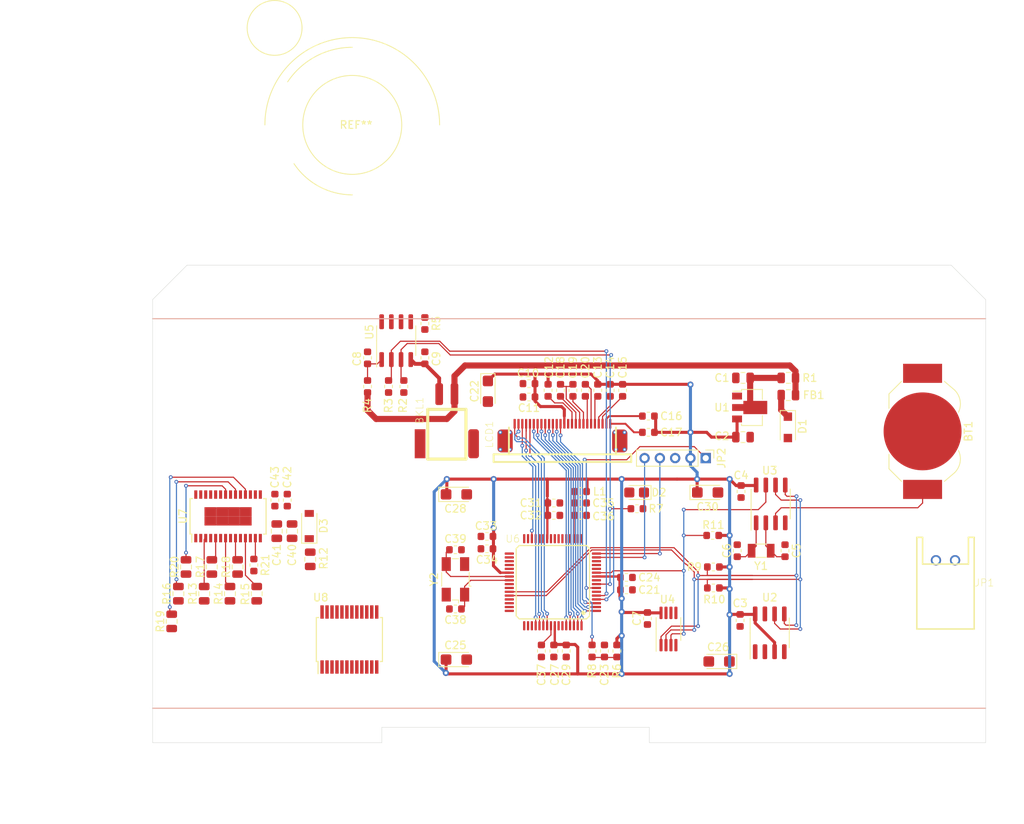
<source format=kicad_pcb>
(kicad_pcb (version 20171130) (host pcbnew "(5.1.6)-1")
  (layers (0 Top signal) (31 Bottom signal) (34 B.Paste user) (35 F.Paste user) (36 B.SilkS user) (37 F.SilkS user) (38 B.Mask user) (39 F.Mask user) (44 Edge.Cuts user))
  (net 0 "")
  (net 1 GND)
  (net 2 "Net-(BKL1-Pad2)")
  (net 3 "Net-(C39-Pad1)")
  (net 4 "Net-(C38-Pad1)")
  (net 5 +5V)
  (net 6 "Net-(C1-Pad1)")
  (net 7 +3V3)
  (net 8 "Net-(C5-Pad1)")
  (net 9 "Net-(C8-Pad1)")
  (net 10 "Net-(C12-Pad2)")
  (net 11 "Net-(C13-Pad2)")
  (net 12 "Net-(C14-Pad2)")
  (net 13 "Net-(C15-Pad2)")
  (net 14 "Net-(C16-Pad2)")
  (net 15 "Net-(C17-Pad2)")
  (net 16 "Net-(C18-Pad2)")
  (net 17 "Net-(C18-Pad1)")
  (net 18 "Net-(C19-Pad2)")
  (net 19 "Net-(C20-Pad2)")
  (net 20 "Net-(C20-Pad1)")
  (net 21 "Net-(C23-Pad2)")
  (net 22 "Net-(C35-Pad1)")
  (net 23 "Net-(C37-Pad1)")
  (net 24 /CPU/PGEC1)
  (net 25 /CPU/PGED1)
  (net 26 /CPU/MCLR)
  (net 27 /CPU/LED)
  (net 28 DSP-D7)
  (net 29 DSP-D6)
  (net 30 DSP-D5)
  (net 31 DSP-D4)
  (net 32 DSP-D3)
  (net 33 DSP-D1)
  (net 34 DSP-D0)
  (net 35 DSP-RD)
  (net 36 DSP-WR)
  (net 37 DSP-A0)
  (net 38 DSP-RST)
  (net 39 DSP-CS)
  (net 40 BK-EN)
  (net 41 BK-PWM)
  (net 42 DSP-D2)
  (net 43 "Net-(BT1-Pad1)")
  (net 44 "Net-(C6-Pad1)")
  (net 45 SCL1)
  (net 46 SDA1)
  (net 47 "Net-(D1-Pad2)")
  (net 48 "Net-(D1-Pad1)")
  (net 49 ALERT)
  (net 50 "Net-(D2-Pad1)")
  (net 51 "Net-(R5-Pad1)")
  (net 52 GND1)
  (net 53 "Net-(C40-Pad1)")
  (net 54 "Net-(C42-Pad1)")
  (net 55 "Net-(R13-Pad1)")
  (net 56 "Net-(R14-Pad1)")
  (net 57 "Net-(R15-Pad1)")
  (net 58 "Net-(R16-Pad1)")
  (net 59 "Net-(R17-Pad1)")
  (net 60 "Net-(R18-Pad1)")
  (net 61 "Net-(R19-Pad1)")
  (net 62 "Net-(R20-Pad1)")
  (net 63 "Net-(R21-Pad1)")
  (module proves:x (layer Top) (at 119.625 56.625 90)
    (fp_text reference REF** (at 0 0.5) (layer F.SilkS))
    (fp_text value x)
  )
  (module Capacitor_SMD:C_0603_1608Metric (layer Top) (at 129.125 87.125 90)
    (fp_text reference C9 (at -0.125 1.5 90) (layer F.SilkS))
    (fp_text value 470n)
    (pad 2 smd roundrect (at 0.7875 0 90) (size 0.875 0.95) (layers Top F.Paste F.Mask) (net 1 GND))
    (pad 1 smd roundrect (at -0.7875 0 90) (size 0.875 0.95) (layers Top F.Paste F.Mask) (net 2 "Net-(BKL1-Pad2)"))
  )
  (module Capacitor_SMD:C_0603_1608Metric (layer Top) (at 150.125 91.375 270)
    (fp_text reference C20 (at -3 0 90) (layer F.SilkS))
    (fp_text value 1u)
    (pad 2 smd roundrect (at 0.7875 0 270) (size 0.875 0.95) (layers Top F.Paste F.Mask) (net 19 "Net-(C20-Pad2)"))
    (pad 1 smd roundrect (at -0.7875 0 270) (size 0.875 0.95) (layers Top F.Paste F.Mask) (net 20 "Net-(C20-Pad1)"))
  )
  (module Capacitor_SMD:C_0603_1608Metric (layer Top) (at 148.5 91.375 270)
    (fp_text reference C19 (at -3 0 90) (layer F.SilkS))
    (fp_text value 1u)
    (pad 2 smd roundrect (at 0.7875 0 270) (size 0.875 0.95) (layers Top F.Paste F.Mask) (net 18 "Net-(C19-Pad2)"))
    (pad 1 smd roundrect (at -0.7875 0 270) (size 0.875 0.95) (layers Top F.Paste F.Mask) (net 17 "Net-(C18-Pad1)"))
  )
  (module Capacitor_SMD:C_0603_1608Metric (layer Top) (at 146.875 91.375 270)
    (fp_text reference C18 (at -3 0 90) (layer F.SilkS))
    (fp_text value 1u)
    (pad 2 smd roundrect (at 0.7875 0 270) (size 0.875 0.95) (layers Top F.Paste F.Mask) (net 16 "Net-(C18-Pad2)"))
    (pad 1 smd roundrect (at -0.7875 0 270) (size 0.875 0.95) (layers Top F.Paste F.Mask) (net 17 "Net-(C18-Pad1)"))
  )
  (module Capacitor_SMD:C_0603_1608Metric (layer Top) (at 158.375 96.875 180)
    (fp_text reference C17 (at -3 0) (layer F.SilkS))
    (fp_text value 1u)
    (pad 2 smd roundrect (at 0.7875 0 180) (size 0.875 0.95) (layers Top F.Paste F.Mask) (net 15 "Net-(C17-Pad2)"))
    (pad 1 smd roundrect (at -0.7875 0 180) (size 0.875 0.95) (layers Top F.Paste F.Mask) (net 7 +3V3))
  )
  (module Capacitor_SMD:C_0603_1608Metric (layer Top) (at 158.375 94.75 180)
    (fp_text reference C16 (at -3 0) (layer F.SilkS))
    (fp_text value 1u)
    (pad 2 smd roundrect (at 0.7875 0 180) (size 0.875 0.95) (layers Top F.Paste F.Mask) (net 14 "Net-(C16-Pad2)"))
    (pad 1 smd roundrect (at -0.7875 0 180) (size 0.875 0.95) (layers Top F.Paste F.Mask) (net 7 +3V3))
  )
  (module Capacitor_SMD:C_0603_1608Metric (layer Top) (at 155 91.375 270)
    (fp_text reference C15 (at -3 0 90) (layer F.SilkS))
    (fp_text value 1u)
    (pad 2 smd roundrect (at 0.7875 0 270) (size 0.875 0.95) (layers Top F.Paste F.Mask) (net 13 "Net-(C15-Pad2)"))
    (pad 1 smd roundrect (at -0.7875 0 270) (size 0.875 0.95) (layers Top F.Paste F.Mask) (net 7 +3V3))
  )
  (module Capacitor_SMD:C_0603_1608Metric (layer Top) (at 153.375 91.375 270)
    (fp_text reference C14 (at -3 0 90) (layer F.SilkS))
    (fp_text value 1u)
    (pad 2 smd roundrect (at 0.7875 0 270) (size 0.875 0.95) (layers Top F.Paste F.Mask) (net 12 "Net-(C14-Pad2)"))
    (pad 1 smd roundrect (at -0.7875 0 270) (size 0.875 0.95) (layers Top F.Paste F.Mask) (net 7 +3V3))
  )
  (module Capacitor_SMD:C_0603_1608Metric (layer Top) (at 151.75 91.375 270)
    (fp_text reference C13 (at -3 0 90) (layer F.SilkS))
    (fp_text value 1u)
    (pad 2 smd roundrect (at 0.7875 0 270) (size 0.875 0.95) (layers Top F.Paste F.Mask) (net 11 "Net-(C13-Pad2)"))
    (pad 1 smd roundrect (at -0.7875 0 270) (size 0.875 0.95) (layers Top F.Paste F.Mask) (net 7 +3V3))
  )
  (module Capacitor_SMD:C_0603_1608Metric (layer Top) (at 145.25 91.375 270)
    (fp_text reference C12 (at -3 -0.125 90) (layer F.SilkS))
    (fp_text value 1u)
    (pad 2 smd roundrect (at 0.7875 0 270) (size 0.875 0.95) (layers Top F.Paste F.Mask) (net 10 "Net-(C12-Pad2)"))
    (pad 1 smd roundrect (at -0.7875 0 270) (size 0.875 0.95) (layers Top F.Paste F.Mask) (net 7 +3V3))
  )
  (module Diode_SMD:D_SOD-123 (layer Top) (at 114 109.1425 90)
    (fp_text reference D3 (at 0.0175 1.875 270) (layer F.SilkS))
    (fp_text value MMSZ5258BT1G)
    (pad 2 smd rect (at 1.65 0 90) (size 0.9 1.2) (layers Top F.Paste F.Mask) (net 52 GND1))
    (pad 1 smd rect (at -1.65 0 90) (size 0.9 1.2) (layers Top F.Paste F.Mask) (net 53 "Net-(C40-Pad1)"))
  )
  (module Package_SO:TSSOP-28-1EP_4.4x9.7mm_P0.65mm (layer Top) (at 103.375 107.875 90)
    (fp_text reference U7 (at 0 -5.9 90) (layer F.SilkS))
    (fp_text value MAX31911)
    (pad 291 smd rect (at -0.6 -2.31375 90) (size 1.2 1.5425) (layers Top F.Paste F.Mask) (net 52 GND1))
    (pad 292 smd rect (at -0.6 -0.77125 90) (size 1.2 1.5425) (layers Top F.Paste F.Mask) (net 52 GND1))
    (pad 293 smd rect (at -0.6 0.77125 90) (size 1.2 1.5425) (layers Top F.Paste F.Mask) (net 52 GND1))
    (pad 294 smd rect (at -0.6 2.31375 90) (size 1.2 1.5425) (layers Top F.Paste F.Mask) (net 52 GND1))
    (pad 295 smd rect (at 0.6 -2.31375 90) (size 1.2 1.5425) (layers Top F.Paste F.Mask) (net 52 GND1))
    (pad 296 smd rect (at 0.6 -0.77125 90) (size 1.2 1.5425) (layers Top F.Paste F.Mask) (net 52 GND1))
    (pad 297 smd rect (at 0.6 0.77125 90) (size 1.2 1.5425) (layers Top F.Paste F.Mask) (net 52 GND1))
    (pad 298 smd rect (at 0.6 2.31375 90) (size 1.2 1.5425) (layers Top F.Paste F.Mask) (net 52 GND1))
    (pad 28 smd rect (at 2.85 -4.225 90) (size 1.1 0.4) (layers Top F.Paste F.Mask))
    (pad 27 smd rect (at 2.85 -3.575 90) (size 1.1 0.4) (layers Top F.Paste F.Mask) (net 52 GND1))
    (pad 26 smd rect (at 2.85 -2.925 90) (size 1.1 0.4) (layers Top F.Paste F.Mask) (net 52 GND1))
    (pad 25 smd rect (at 2.85 -2.275 90) (size 1.1 0.4) (layers Top F.Paste F.Mask))
    (pad 24 smd rect (at 2.85 -1.625 90) (size 1.1 0.4) (layers Top F.Paste F.Mask))
    (pad 23 smd rect (at 2.85 -0.975 90) (size 1.1 0.4) (layers Top F.Paste F.Mask))
    (pad 22 smd rect (at 2.85 -0.325 90) (size 1.1 0.4) (layers Top F.Paste F.Mask) (net 62 "Net-(R20-Pad1)"))
    (pad 21 smd rect (at 2.85 0.325 90) (size 1.1 0.4) (layers Top F.Paste F.Mask) (net 52 GND1))
    (pad 20 smd rect (at 2.85 0.975 90) (size 1.1 0.4) (layers Top F.Paste F.Mask) (net 58 "Net-(R16-Pad1)"))
    (pad 19 smd rect (at 2.85 1.625 90) (size 1.1 0.4) (layers Top F.Paste F.Mask) (net 52 GND1))
    (pad 18 smd rect (at 2.85 2.275 90) (size 1.1 0.4) (layers Top F.Paste F.Mask) (net 61 "Net-(R19-Pad1)"))
    (pad 17 smd rect (at 2.85 2.925 90) (size 1.1 0.4) (layers Top F.Paste F.Mask) (net 52 GND1))
    (pad 16 smd rect (at 2.85 3.575 90) (size 1.1 0.4) (layers Top F.Paste F.Mask))
    (pad 15 smd rect (at 2.85 4.225 90) (size 1.1 0.4) (layers Top F.Paste F.Mask) (net 54 "Net-(C42-Pad1)"))
    (pad 14 smd rect (at -2.85 4.225 90) (size 1.1 0.4) (layers Top F.Paste F.Mask) (net 53 "Net-(C40-Pad1)"))
    (pad 13 smd rect (at -2.85 3.575 90) (size 1.1 0.4) (layers Top F.Paste F.Mask) (net 63 "Net-(R21-Pad1)"))
    (pad 12 smd rect (at -2.85 2.925 90) (size 1.1 0.4) (layers Top F.Paste F.Mask) (net 52 GND1))
    (pad 11 smd rect (at -2.85 2.275 90) (size 1.1 0.4) (layers Top F.Paste F.Mask) (net 57 "Net-(R15-Pad1)"))
    (pad 10 smd rect (at -2.85 1.625 90) (size 1.1 0.4) (layers Top F.Paste F.Mask) (net 52 GND1))
    (pad 9 smd rect (at -2.85 0.975 90) (size 1.1 0.4) (layers Top F.Paste F.Mask) (net 60 "Net-(R18-Pad1)"))
    (pad 8 smd rect (at -2.85 0.325 90) (size 1.1 0.4) (layers Top F.Paste F.Mask) (net 52 GND1))
    (pad 7 smd rect (at -2.85 -0.325 90) (size 1.1 0.4) (layers Top F.Paste F.Mask) (net 56 "Net-(R14-Pad1)"))
    (pad 6 smd rect (at -2.85 -0.975 90) (size 1.1 0.4) (layers Top F.Paste F.Mask) (net 52 GND1))
    (pad 5 smd rect (at -2.85 -1.625 90) (size 1.1 0.4) (layers Top F.Paste F.Mask) (net 59 "Net-(R17-Pad1)"))
    (pad 4 smd rect (at -2.85 -2.275 90) (size 1.1 0.4) (layers Top F.Paste F.Mask) (net 52 GND1))
    (pad 3 smd rect (at -2.85 -2.925 90) (size 1.1 0.4) (layers Top F.Paste F.Mask) (net 55 "Net-(R13-Pad1)"))
    (pad 2 smd rect (at -2.85 -3.575 90) (size 1.1 0.4) (layers Top F.Paste F.Mask) (net 54 "Net-(C42-Pad1)"))
    (pad 1 smd rect (at -2.85 -4.225 90) (size 1.1 0.4) (layers Top F.Paste F.Mask) (net 54 "Net-(C42-Pad1)"))
  )
  (module Resistor_SMD:R_0805_2012Metric (layer Top) (at 101.25 114.5 270)
    (fp_text reference R17 (at 0 1.5 90) (layer F.SilkS))
    (fp_text value 2K2)
    (pad 2 smd roundrect (at 0.9375 0 270) (size 0.975 1.4) (layers Top F.Paste F.Mask))
    (pad 1 smd roundrect (at -0.9375 0 270) (size 0.975 1.4) (layers Top F.Paste F.Mask) (net 59 "Net-(R17-Pad1)"))
  )
  (module Package_SO:SSOP-24_5.3x8.2mm_P0.65mm (layer Top) (at 119.25 124 90)
    (fp_text reference U8 (at 5.5 -3.75 180) (layer F.SilkS))
    (fp_text value NCV7240)
    (pad 24 smd rect (at 3.6 -3.575 90) (size 1.75 0.45) (layers Top F.Paste F.Mask) (net 54 "Net-(C42-Pad1)"))
    (pad 23 smd rect (at 3.6 -2.925 90) (size 1.75 0.45) (layers Top F.Paste F.Mask))
    (pad 22 smd rect (at 3.6 -2.275 90) (size 1.75 0.45) (layers Top F.Paste F.Mask))
    (pad 21 smd rect (at 3.6 -1.625 90) (size 1.75 0.45) (layers Top F.Paste F.Mask) (net 54 "Net-(C42-Pad1)"))
    (pad 20 smd rect (at 3.6 -0.975 90) (size 1.75 0.45) (layers Top F.Paste F.Mask))
    (pad 19 smd rect (at 3.6 -0.325 90) (size 1.75 0.45) (layers Top F.Paste F.Mask))
    (pad 18 smd rect (at 3.6 0.325 90) (size 1.75 0.45) (layers Top F.Paste F.Mask) (net 52 GND1))
    (pad 17 smd rect (at 3.6 0.975 90) (size 1.75 0.45) (layers Top F.Paste F.Mask) (net 52 GND1))
    (pad 16 smd rect (at 3.6 1.625 90) (size 1.75 0.45) (layers Top F.Paste F.Mask) (net 52 GND1))
    (pad 15 smd rect (at 3.6 2.275 90) (size 1.75 0.45) (layers Top F.Paste F.Mask) (net 52 GND1))
    (pad 14 smd rect (at 3.6 2.925 90) (size 1.75 0.45) (layers Top F.Paste F.Mask) (net 52 GND1))
    (pad 13 smd rect (at 3.6 3.575 90) (size 1.75 0.45) (layers Top F.Paste F.Mask) (net 54 "Net-(C42-Pad1)"))
    (pad 12 smd rect (at -3.6 3.575 90) (size 1.75 0.45) (layers Top F.Paste F.Mask) (net 52 GND1))
    (pad 11 smd rect (at -3.6 2.925 90) (size 1.75 0.45) (layers Top F.Paste F.Mask) (net 52 GND1))
    (pad 10 smd rect (at -3.6 2.275 90) (size 1.75 0.45) (layers Top F.Paste F.Mask))
    (pad 9 smd rect (at -3.6 1.625 90) (size 1.75 0.45) (layers Top F.Paste F.Mask))
    (pad 8 smd rect (at -3.6 0.975 90) (size 1.75 0.45) (layers Top F.Paste F.Mask))
    (pad 7 smd rect (at -3.6 0.325 90) (size 1.75 0.45) (layers Top F.Paste F.Mask))
    (pad 6 smd rect (at -3.6 -0.325 90) (size 1.75 0.45) (layers Top F.Paste F.Mask))
    (pad 5 smd rect (at -3.6 -0.975 90) (size 1.75 0.45) (layers Top F.Paste F.Mask))
    (pad 4 smd rect (at -3.6 -1.625 90) (size 1.75 0.45) (layers Top F.Paste F.Mask))
    (pad 3 smd rect (at -3.6 -2.275 90) (size 1.75 0.45) (layers Top F.Paste F.Mask))
    (pad 2 smd rect (at -3.6 -2.925 90) (size 1.75 0.45) (layers Top F.Paste F.Mask) (net 52 GND1))
    (pad 1 smd rect (at -3.6 -3.575 90) (size 1.75 0.45) (layers Top F.Paste F.Mask) (net 52 GND1))
  )
  (module Resistor_SMD:R_0603_1608Metric (layer Top) (at 106.75 114.25 270)
    (fp_text reference R21 (at 0 -1.5 90) (layer F.SilkS))
    (fp_text value 15K)
    (pad 2 smd roundrect (at 0.7875 0 270) (size 0.875 0.95) (layers Top F.Paste F.Mask) (net 52 GND1))
    (pad 1 smd roundrect (at -0.7875 0 270) (size 0.875 0.95) (layers Top F.Paste F.Mask) (net 63 "Net-(R21-Pad1)"))
  )
  (module Resistor_SMD:R_0805_2012Metric (layer Top) (at 97.875 114.5 270)
    (fp_text reference R20 (at 0 1.5 90) (layer F.SilkS))
    (fp_text value 2K2)
    (pad 2 smd roundrect (at 0.9375 0 270) (size 0.975 1.4) (layers Top F.Paste F.Mask))
    (pad 1 smd roundrect (at -0.9375 0 270) (size 0.975 1.4) (layers Top F.Paste F.Mask) (net 62 "Net-(R20-Pad1)"))
  )
  (module Resistor_SMD:R_0805_2012Metric (layer Top) (at 96 121.625 270)
    (fp_text reference R19 (at 0 1.5 90) (layer F.SilkS))
    (fp_text value 2K2)
    (pad 2 smd roundrect (at 0.9375 0 270) (size 0.975 1.4) (layers Top F.Paste F.Mask))
    (pad 1 smd roundrect (at -0.9375 0 270) (size 0.975 1.4) (layers Top F.Paste F.Mask) (net 61 "Net-(R19-Pad1)"))
  )
  (module Resistor_SMD:R_0805_2012Metric (layer Top) (at 104.625 114.5 270)
    (fp_text reference R18 (at 0 1.5 90) (layer F.SilkS))
    (fp_text value 2K2)
    (pad 2 smd roundrect (at 0.9375 0 270) (size 0.975 1.4) (layers Top F.Paste F.Mask))
    (pad 1 smd roundrect (at -0.9375 0 270) (size 0.975 1.4) (layers Top F.Paste F.Mask) (net 60 "Net-(R18-Pad1)"))
  )
  (module Resistor_SMD:R_0805_2012Metric (layer Top) (at 96.875 118 270)
    (fp_text reference R16 (at 0 1.5 90) (layer F.SilkS))
    (fp_text value 2K2)
    (pad 2 smd roundrect (at 0.9375 0 270) (size 0.975 1.4) (layers Top F.Paste F.Mask))
    (pad 1 smd roundrect (at -0.9375 0 270) (size 0.975 1.4) (layers Top F.Paste F.Mask) (net 58 "Net-(R16-Pad1)"))
  )
  (module Resistor_SMD:R_0805_2012Metric (layer Top) (at 107.125 118 270)
    (fp_text reference R15 (at 0.0625 1.5 90) (layer F.SilkS))
    (fp_text value 2K2)
    (pad 2 smd roundrect (at 0.9375 0 270) (size 0.975 1.4) (layers Top F.Paste F.Mask))
    (pad 1 smd roundrect (at -0.9375 0 270) (size 0.975 1.4) (layers Top F.Paste F.Mask) (net 57 "Net-(R15-Pad1)"))
  )
  (module Resistor_SMD:R_0805_2012Metric (layer Top) (at 103.625 118 270)
    (fp_text reference R14 (at 0 1.5 90) (layer F.SilkS))
    (fp_text value 2K2)
    (pad 2 smd roundrect (at 0.9375 0 270) (size 0.975 1.4) (layers Top F.Paste F.Mask))
    (pad 1 smd roundrect (at -0.9375 0 270) (size 0.975 1.4) (layers Top F.Paste F.Mask) (net 56 "Net-(R14-Pad1)"))
  )
  (module Resistor_SMD:R_0805_2012Metric (layer Top) (at 100.25 118 270)
    (fp_text reference R13 (at 0 1.5 90) (layer F.SilkS))
    (fp_text value 2K2)
    (pad 2 smd roundrect (at 0.9375 0 270) (size 0.975 1.4) (layers Top F.Paste F.Mask))
    (pad 1 smd roundrect (at -0.9375 0 270) (size 0.975 1.4) (layers Top F.Paste F.Mask) (net 55 "Net-(R13-Pad1)"))
  )
  (module Resistor_SMD:R_0805_2012Metric (layer Top) (at 114.125 113.5 270)
    (fp_text reference R12 (at -0.125 -1.75 90) (layer F.SilkS))
    (fp_text value 150R)
    (pad 2 smd roundrect (at 0.9375 0 270) (size 0.975 1.4) (layers Top F.Paste F.Mask))
    (pad 1 smd roundrect (at -0.9375 0 270) (size 0.975 1.4) (layers Top F.Paste F.Mask) (net 53 "Net-(C40-Pad1)"))
  )
  (module Capacitor_SMD:C_0603_1608Metric (layer Top) (at 109.5 105.75 270)
    (fp_text reference C43 (at -3 0 90) (layer F.SilkS))
    (fp_text value 4u7)
    (pad 2 smd roundrect (at 0.7875 0 270) (size 0.875 0.95) (layers Top F.Paste F.Mask) (net 52 GND1))
    (pad 1 smd roundrect (at -0.7875 0 270) (size 0.875 0.95) (layers Top F.Paste F.Mask) (net 54 "Net-(C42-Pad1)"))
  )
  (module Capacitor_SMD:C_0603_1608Metric (layer Top) (at 111.125 105.75 270)
    (fp_text reference C42 (at -3 0 90) (layer F.SilkS))
    (fp_text value 100n)
    (pad 2 smd roundrect (at 0.7875 0 270) (size 0.875 0.95) (layers Top F.Paste F.Mask) (net 52 GND1))
    (pad 1 smd roundrect (at -0.7875 0 270) (size 0.875 0.95) (layers Top F.Paste F.Mask) (net 54 "Net-(C42-Pad1)"))
  )
  (module Capacitor_SMD:C_0805_2012Metric (layer Top) (at 109.75 109.8125 90)
    (fp_text reference C41 (at -3.125 0 270) (layer F.SilkS))
    (fp_text value 100n)
    (pad 2 smd roundrect (at 0.9375 0 90) (size 0.975 1.4) (layers Top F.Paste F.Mask) (net 52 GND1))
    (pad 1 smd roundrect (at -0.9375 0 90) (size 0.975 1.4) (layers Top F.Paste F.Mask) (net 53 "Net-(C40-Pad1)"))
  )
  (module Capacitor_SMD:C_0805_2012Metric (layer Top) (at 111.75 109.8125 90)
    (fp_text reference C40 (at -3.125 0 270) (layer F.SilkS))
    (fp_text value 10u)
    (pad 2 smd roundrect (at 0.9375 0 90) (size 0.975 1.4) (layers Top F.Paste F.Mask) (net 52 GND1))
    (pad 1 smd roundrect (at -0.9375 0 90) (size 0.975 1.4) (layers Top F.Paste F.Mask) (net 53 "Net-(C40-Pad1)"))
  )
  (module Capacitor_SMD:C_0603_1608Metric (layer Top) (at 142.75 92.25 180)
    (fp_text reference C11 (at 0 -1.43) (layer F.SilkS))
    (fp_text value 10u)
    (pad 2 smd roundrect (at 0.7875 0 180) (size 0.875 0.95) (layers Top F.Paste F.Mask) (net 1 GND))
    (pad 1 smd roundrect (at -0.7875 0 180) (size 0.875 0.95) (layers Top F.Paste F.Mask) (net 7 +3V3))
  )
  (module Capacitor_SMD:C_0603_1608Metric (layer Top) (at 142.75 90.5 180)
    (fp_text reference C10 (at 0.125 1.375) (layer F.SilkS))
    (fp_text value 100n)
    (pad 2 smd roundrect (at 0.7875 0 180) (size 0.875 0.95) (layers Top F.Paste F.Mask) (net 1 GND))
    (pad 1 smd roundrect (at -0.7875 0 180) (size 0.875 0.95) (layers Top F.Paste F.Mask) (net 7 +3V3))
  )
  (module Capacitor_SMD:C_0603_1608Metric (layer Top) (at 133.125 112.25)
    (fp_text reference C39 (at 0 -1.43) (layer F.SilkS))
    (fp_text value 22p)
    (pad 2 smd roundrect (at 0.7875 0) (size 0.875 0.95) (layers Top F.Paste F.Mask) (net 1 GND))
    (pad 1 smd roundrect (at -0.7875 0) (size 0.875 0.95) (layers Top F.Paste F.Mask) (net 3 "Net-(C39-Pad1)"))
  )
  (module Capacitor_SMD:C_0603_1608Metric (layer Top) (at 133.125 120 180)
    (fp_text reference C38 (at 0 -1.43) (layer F.SilkS))
    (fp_text value 22p)
    (pad 2 smd roundrect (at 0.7875 0 180) (size 0.875 0.95) (layers Top F.Paste F.Mask) (net 1 GND))
    (pad 1 smd roundrect (at -0.7875 0 180) (size 0.875 0.95) (layers Top F.Paste F.Mask) (net 4 "Net-(C38-Pad1)"))
  )
  (module Capacitor_SMD:C_0603_1608Metric (layer Top) (at 137.25 112.125 180)
    (fp_text reference C34 (at 0 -1.43) (layer F.SilkS))
    (fp_text value 100n)
    (pad 2 smd roundrect (at 0.7875 0 180) (size 0.875 0.95) (layers Top F.Paste F.Mask) (net 1 GND))
    (pad 1 smd roundrect (at -0.7875 0 180) (size 0.875 0.95) (layers Top F.Paste F.Mask) (net 7 +3V3))
  )
  (module Capacitor_SMD:C_0603_1608Metric (layer Top) (at 137.25 110.5 180)
    (fp_text reference C33 (at 0.125 1.375) (layer F.SilkS))
    (fp_text value 10n)
    (pad 2 smd roundrect (at 0.7875 0 180) (size 0.875 0.95) (layers Top F.Paste F.Mask) (net 1 GND))
    (pad 1 smd roundrect (at -0.7875 0 180) (size 0.875 0.95) (layers Top F.Paste F.Mask) (net 7 +3V3))
  )
  (module Capacitor_SMD:C_0603_1608Metric (layer Top) (at 146 107.75)
    (fp_text reference C32 (at -3 0) (layer F.SilkS))
    (fp_text value 100n)
    (pad 2 smd roundrect (at 0.7875 0) (size 0.875 0.95) (layers Top F.Paste F.Mask) (net 1 GND))
    (pad 1 smd roundrect (at -0.7875 0) (size 0.875 0.95) (layers Top F.Paste F.Mask) (net 7 +3V3))
  )
  (module Capacitor_SMD:C_0603_1608Metric (layer Top) (at 146 106.125)
    (fp_text reference C31 (at -3 0) (layer F.SilkS))
    (fp_text value 10n)
    (pad 2 smd roundrect (at 0.7875 0) (size 0.875 0.95) (layers Top F.Paste F.Mask) (net 1 GND))
    (pad 1 smd roundrect (at -0.7875 0) (size 0.875 0.95) (layers Top F.Paste F.Mask) (net 7 +3V3))
  )
  (module Capacitor_SMD:C_0603_1608Metric (layer Top) (at 155.5 115.875)
    (fp_text reference C24 (at 3 0) (layer F.SilkS))
    (fp_text value 100n)
    (pad 2 smd roundrect (at 0.7875 0) (size 0.875 0.95) (layers Top F.Paste F.Mask) (net 1 GND))
    (pad 1 smd roundrect (at -0.7875 0) (size 0.875 0.95) (layers Top F.Paste F.Mask) (net 7 +3V3))
  )
  (module Capacitor_SMD:C_0603_1608Metric (layer Top) (at 155.5 117.5)
    (fp_text reference C21 (at 3 0) (layer F.SilkS))
    (fp_text value 10n)
    (pad 2 smd roundrect (at 0.7875 0) (size 0.875 0.95) (layers Top F.Paste F.Mask) (net 1 GND))
    (pad 1 smd roundrect (at -0.7875 0) (size 0.875 0.95) (layers Top F.Paste F.Mask) (net 7 +3V3))
  )
  (module Capacitor_SMD:C_0603_1608Metric (layer Top) (at 147.625 125.5 270)
    (fp_text reference C29 (at 3.125 0 90) (layer F.SilkS))
    (fp_text value 100n)
    (pad 2 smd roundrect (at 0.7875 0 270) (size 0.875 0.95) (layers Top F.Paste F.Mask) (net 1 GND))
    (pad 1 smd roundrect (at -0.7875 0 270) (size 0.875 0.95) (layers Top F.Paste F.Mask) (net 7 +3V3))
  )
  (module Capacitor_SMD:C_0603_1608Metric (layer Top) (at 146 125.5 270)
    (fp_text reference C27 (at 3.125 -0.125 90) (layer F.SilkS))
    (fp_text value 10n)
    (pad 2 smd roundrect (at 0.7875 0 270) (size 0.875 0.95) (layers Top F.Paste F.Mask) (net 1 GND))
    (pad 1 smd roundrect (at -0.7875 0 270) (size 0.875 0.95) (layers Top F.Paste F.Mask) (net 7 +3V3))
  )
  (module Resistor_SMD:R_0603_1608Metric (layer Top) (at 151 125.5 90)
    (fp_text reference R8 (at -2.625 0 90) (layer F.SilkS))
    (fp_text value 1K)
    (pad 2 smd roundrect (at 0.7875 0 90) (size 0.875 0.95) (layers Top F.Paste F.Mask) (net 26 /CPU/MCLR))
    (pad 1 smd roundrect (at -0.7875 0 90) (size 0.875 0.95) (layers Top F.Paste F.Mask) (net 21 "Net-(C23-Pad2)"))
  )
  (module Resistor_SMD:R_0603_1608Metric (layer Top) (at 156.875 106.875)
    (fp_text reference R7 (at 2.5 0) (layer F.SilkS))
    (fp_text value 270)
    (pad 2 smd roundrect (at 0.7875 0) (size 0.875 0.95) (layers Top F.Paste F.Mask) (net 50 "Net-(D2-Pad1)"))
    (pad 1 smd roundrect (at -0.7875 0) (size 0.875 0.95) (layers Top F.Paste F.Mask) (net 27 /CPU/LED))
  )
  (module Resistor_SMD:R_0603_1608Metric (layer Top) (at 154.25 125.5 270)
    (fp_text reference R6 (at 2.625 0 90) (layer F.SilkS))
    (fp_text value 10K)
    (pad 2 smd roundrect (at 0.7875 0 270) (size 0.875 0.95) (layers Top F.Paste F.Mask) (net 21 "Net-(C23-Pad2)"))
    (pad 1 smd roundrect (at -0.7875 0 270) (size 0.875 0.95) (layers Top F.Paste F.Mask) (net 7 +3V3))
  )
  (module Capacitor_SMD:C_0603_1608Metric (layer Top) (at 144.375 125.5 270)
    (fp_text reference C37 (at 3.125 0 90) (layer F.SilkS))
    (fp_text value 10n)
    (pad 2 smd roundrect (at 0.7875 0 270) (size 0.875 0.95) (layers Top F.Paste F.Mask) (net 1 GND))
    (pad 1 smd roundrect (at -0.7875 0 270) (size 0.875 0.95) (layers Top F.Paste F.Mask) (net 23 "Net-(C37-Pad1)"))
  )
  (module Capacitor_SMD:C_0603_1608Metric (layer Top) (at 152.625 125.5 270)
    (fp_text reference C23 (at 3.125 0 90) (layer F.SilkS))
    (fp_text value 100n)
    (pad 2 smd roundrect (at 0.7875 0 270) (size 0.875 0.95) (layers Top F.Paste F.Mask) (net 21 "Net-(C23-Pad2)"))
    (pad 1 smd roundrect (at -0.7875 0 270) (size 0.875 0.95) (layers Top F.Paste F.Mask) (net 1 GND))
  )
  (module Capacitor_SMD:C_0603_1608Metric (layer Top) (at 149.5 107.75)
    (fp_text reference C36 (at 3 0.125) (layer F.SilkS))
    (fp_text value 100n)
    (pad 2 smd roundrect (at 0.7875 0) (size 0.875 0.95) (layers Top F.Paste F.Mask) (net 1 GND))
    (pad 1 smd roundrect (at -0.7875 0) (size 0.875 0.95) (layers Top F.Paste F.Mask) (net 22 "Net-(C35-Pad1)"))
  )
  (module Capacitor_SMD:C_0603_1608Metric (layer Top) (at 149.5 106.125)
    (fp_text reference C35 (at 3 0) (layer F.SilkS))
    (fp_text value 10n)
    (pad 2 smd roundrect (at 0.7875 0) (size 0.875 0.95) (layers Top F.Paste F.Mask) (net 1 GND))
    (pad 1 smd roundrect (at -0.7875 0) (size 0.875 0.95) (layers Top F.Paste F.Mask) (net 22 "Net-(C35-Pad1)"))
  )
  (module Inductor_SMD:L_0603_1608Metric (layer Top) (at 149.5 104.625)
    (fp_text reference L1 (at 2.5 0) (layer F.SilkS))
    (fp_text value 600R)
    (pad 2 smd roundrect (at 0.7875 0) (size 0.875 0.95) (layers Top F.Paste F.Mask) (net 7 +3V3))
    (pad 1 smd roundrect (at -0.7875 0) (size 0.875 0.95) (layers Top F.Paste F.Mask) (net 22 "Net-(C35-Pad1)"))
  )
  (module Connector_PinHeader_2.00mm:PinHeader_1x05_P2.00mm_Vertical (layer Top) (at 165.875 100.25 270)
    (fp_text reference JP2 (at 0 -2.06 90) (layer F.SilkS))
    (fp_text value PINHD-1X5-2MM)
    (pad 5 thru_hole oval (at 0 8 270) (size 1.35 1.35) (drill 0.8) (layers *.Cu *.Mask) (net 24 /CPU/PGEC1))
    (pad 4 thru_hole oval (at 0 6 270) (size 1.35 1.35) (drill 0.8) (layers *.Cu *.Mask) (net 25 /CPU/PGED1))
    (pad 3 thru_hole oval (at 0 4 270) (size 1.35 1.35) (drill 0.8) (layers *.Cu *.Mask) (net 1 GND))
    (pad 2 thru_hole oval (at 0 2 270) (size 1.35 1.35) (drill 0.8) (layers *.Cu *.Mask) (net 7 +3V3))
    (pad 1 thru_hole rect (at 0 0 270) (size 1.35 1.35) (drill 0.8) (layers *.Cu *.Mask) (net 26 /CPU/MCLR))
  )
  (module Crystal:Crystal_SMD_Abracon_ABM3B-4Pin_5.0x3.2mm (layer Top) (at 133.125 116.125 90)
    (fp_text reference Y2 (at 0 -2.8 90) (layer F.SilkS))
    (fp_text value ABM3B)
    (pad 4 smd rect (at -2 -1.2 90) (size 1.8 1.2) (layers Top F.Paste F.Mask) (net 1 GND))
    (pad 3 smd rect (at 2 -1.2 90) (size 1.8 1.2) (layers Top F.Paste F.Mask) (net 3 "Net-(C39-Pad1)"))
    (pad 2 smd rect (at 2 1.2 90) (size 1.8 1.2) (layers Top F.Paste F.Mask) (net 1 GND))
    (pad 1 smd rect (at -2 1.2 90) (size 1.8 1.2) (layers Top F.Paste F.Mask) (net 4 "Net-(C38-Pad1)"))
  )
  (module Resistor_SMD:R_0603_1608Metric (layer Top) (at 129.125 82.625 270)
    (fp_text reference R5 (at 0 -1.5 270) (layer F.SilkS))
    (fp_text value 1K66)
    (pad 2 smd roundrect (at 0.7875 0 270) (size 0.875 0.95) (layers Top F.Paste F.Mask) (net 1 GND))
    (pad 1 smd roundrect (at -0.7875 0 270) (size 0.875 0.95) (layers Top F.Paste F.Mask) (net 51 "Net-(R5-Pad1)"))
  )
  (module Resistor_SMD:R_0603_1608Metric (layer Top) (at 121.625 90.875 270)
    (fp_text reference R4 (at 2.5 0 90) (layer F.SilkS))
    (fp_text value 100R)
    (pad 2 smd roundrect (at 0.7875 0 270) (size 0.875 0.95) (layers Top F.Paste F.Mask) (net 5 +5V))
    (pad 1 smd roundrect (at -0.7875 0 270) (size 0.875 0.95) (layers Top F.Paste F.Mask) (net 9 "Net-(C8-Pad1)"))
  )
  (module Resistor_SMD:R_0603_1608Metric (layer Top) (at 124.375 90.875 270)
    (fp_text reference R3 (at 2.5 0 90) (layer F.SilkS))
    (fp_text value 100K)
    (pad 2 smd roundrect (at 0.7875 0 270) (size 0.875 0.95) (layers Top F.Paste F.Mask) (net 1 GND))
    (pad 1 smd roundrect (at -0.7875 0 270) (size 0.875 0.95) (layers Top F.Paste F.Mask) (net 41 BK-PWM))
  )
  (module Resistor_SMD:R_0603_1608Metric (layer Top) (at 126.375 90.875 270)
    (fp_text reference R2 (at 2.5 0.125 90) (layer F.SilkS))
    (fp_text value 100K)
    (pad 2 smd roundrect (at 0.7875 0 270) (size 0.875 0.95) (layers Top F.Paste F.Mask) (net 1 GND))
    (pad 1 smd roundrect (at -0.7875 0 270) (size 0.875 0.95) (layers Top F.Paste F.Mask) (net 40 BK-EN))
  )
  (module Package_SO:SOIC-8_3.9x4.9mm_P1.27mm (layer Top) (at 125.375 84.875 90)
    (fp_text reference U5 (at 1.125 -3.5 90) (layer F.SilkS))
    (fp_text value STCS05)
    (pad 8 smd roundrect (at 2.475 -1.905 90) (size 1.95 0.6) (layers Top F.Paste F.Mask))
    (pad 7 smd roundrect (at 2.475 -0.635 90) (size 1.95 0.6) (layers Top F.Paste F.Mask))
    (pad 6 smd roundrect (at 2.475 0.635 90) (size 1.95 0.6) (layers Top F.Paste F.Mask) (net 1 GND))
    (pad 5 smd roundrect (at 2.475 1.905 90) (size 1.95 0.6) (layers Top F.Paste F.Mask) (net 51 "Net-(R5-Pad1)"))
    (pad 4 smd roundrect (at -2.475 1.905 90) (size 1.95 0.6) (layers Top F.Paste F.Mask) (net 2 "Net-(BKL1-Pad2)"))
    (pad 3 smd roundrect (at -2.475 0.635 90) (size 1.95 0.6) (layers Top F.Paste F.Mask) (net 40 BK-EN))
    (pad 2 smd roundrect (at -2.475 -0.635 90) (size 1.95 0.6) (layers Top F.Paste F.Mask) (net 41 BK-PWM))
    (pad 1 smd roundrect (at -2.475 -1.905 90) (size 1.95 0.6) (layers Top F.Paste F.Mask) (net 9 "Net-(C8-Pad1)"))
  )
  (module LED_SMD:LED_0805_2012Metric_Castellated (layer Top) (at 156.8375 104.75 180)
    (fp_text reference D2 (at -2.9125 0) (layer F.SilkS))
    (fp_text value HSMG-C170)
    (pad 2 smd roundrect (at 0.9625 0 180) (size 1.325 1.3) (layers Top F.Paste F.Mask) (roundrect_rratio 0.192308) (net 1 GND))
    (pad 1 smd roundrect (at -0.9625 0 180) (size 1.325 1.3) (layers Top F.Paste F.Mask) (roundrect_rratio 0.192308) (net 50 "Net-(D2-Pad1)"))
  )
  (module Capacitor_Tantalum_SMD:CP_EIA-3216-18_Kemet-A (layer Top) (at 166.125 104.75)
    (fp_text reference C30 (at 0 1.875) (layer F.SilkS))
    (fp_text value 10u)
    (pad 2 smd roundrect (at 1.35 0) (size 1.4 1.35) (layers Top F.Paste F.Mask) (roundrect_rratio 0.185185) (net 1 GND))
    (pad 1 smd roundrect (at -1.35 0) (size 1.4 1.35) (layers Top F.Paste F.Mask) (roundrect_rratio 0.185185) (net 7 +3V3))
  )
  (module Capacitor_Tantalum_SMD:CP_EIA-3216-18_Kemet-A (layer Top) (at 133.25 105)
    (fp_text reference C28 (at -0.125 1.875) (layer F.SilkS))
    (fp_text value 10u)
    (pad 2 smd roundrect (at 1.35 0) (size 1.4 1.35) (layers Top F.Paste F.Mask) (roundrect_rratio 0.185185) (net 1 GND))
    (pad 1 smd roundrect (at -1.35 0) (size 1.4 1.35) (layers Top F.Paste F.Mask) (roundrect_rratio 0.185185) (net 7 +3V3))
  )
  (module Capacitor_Tantalum_SMD:CP_EIA-3216-18_Kemet-A (layer Top) (at 167.625 126.875 180)
    (fp_text reference C26 (at 0.125 1.875) (layer F.SilkS))
    (fp_text value 10u)
    (pad 2 smd roundrect (at 1.35 0 180) (size 1.4 1.35) (layers Top F.Paste F.Mask) (roundrect_rratio 0.185185) (net 1 GND))
    (pad 1 smd roundrect (at -1.35 0 180) (size 1.4 1.35) (layers Top F.Paste F.Mask) (roundrect_rratio 0.185185) (net 7 +3V3))
  )
  (module Capacitor_Tantalum_SMD:CP_EIA-3216-18_Kemet-A (layer Top) (at 133.25 126.625)
    (fp_text reference C25 (at -0.125 -1.875) (layer F.SilkS))
    (fp_text value 10u)
    (pad 2 smd roundrect (at 1.35 0) (size 1.4 1.35) (layers Top F.Paste F.Mask) (roundrect_rratio 0.185185) (net 1 GND))
    (pad 1 smd roundrect (at -1.35 0) (size 1.4 1.35) (layers Top F.Paste F.Mask) (roundrect_rratio 0.185185) (net 7 +3V3))
  )
  (module Capacitor_Tantalum_SMD:CP_EIA-3216-18_Kemet-A (layer Top) (at 137.375 91.5 270)
    (fp_text reference C22 (at 0 1.75 90) (layer F.SilkS))
    (fp_text value 10u)
    (pad 2 smd roundrect (at 1.35 0 270) (size 1.4 1.35) (layers Top F.Paste F.Mask) (roundrect_rratio 0.185185) (net 1 GND))
    (pad 1 smd roundrect (at -1.35 0 270) (size 1.4 1.35) (layers Top F.Paste F.Mask) (roundrect_rratio 0.185185) (net 7 +3V3))
  )
  (module Capacitor_SMD:C_0603_1608Metric (layer Top) (at 121.625 87.125 90)
    (fp_text reference C8 (at -0.125 -1.375 90) (layer F.SilkS))
    (fp_text value 100n)
    (pad 2 smd roundrect (at 0.7875 0 90) (size 0.875 0.95) (layers Top F.Paste F.Mask) (net 1 GND))
    (pad 1 smd roundrect (at -0.7875 0 90) (size 0.875 0.95) (layers Top F.Paste F.Mask) (net 9 "Net-(C8-Pad1)"))
  )
  (module Resistor_SMD:R_0603_1608Metric (layer Top) (at 166.7875 110.375)
    (fp_text reference R11 (at 0.0875 -1.375) (layer F.SilkS))
    (fp_text value 10K)
    (pad 2 smd roundrect (at 0.7875 0) (size 0.875 0.95) (layers Top F.Paste F.Mask) (net 7 +3V3))
    (pad 1 smd roundrect (at -0.7875 0) (size 0.875 0.95) (layers Top F.Paste F.Mask) (net 49 ALERT))
  )
  (module Package_SO:MSOP-8_3x3mm_P0.65mm (layer Top) (at 161 122.625 90)
    (fp_text reference U4 (at 3.875 -0.125 180) (layer F.SilkS))
    (fp_text value MCP9804_MSOP)
    (pad 8 smd roundrect (at 2.1125 -0.975 90) (size 1.625 0.4) (layers Top F.Paste F.Mask) (net 7 +3V3))
    (pad 7 smd roundrect (at 2.1125 -0.325 90) (size 1.625 0.4) (layers Top F.Paste F.Mask) (net 1 GND))
    (pad 6 smd roundrect (at 2.1125 0.325 90) (size 1.625 0.4) (layers Top F.Paste F.Mask) (net 1 GND))
    (pad 5 smd roundrect (at 2.1125 0.975 90) (size 1.625 0.4) (layers Top F.Paste F.Mask) (net 1 GND))
    (pad 4 smd roundrect (at -2.1125 0.975 90) (size 1.625 0.4) (layers Top F.Paste F.Mask) (net 1 GND))
    (pad 3 smd roundrect (at -2.1125 0.325 90) (size 1.625 0.4) (layers Top F.Paste F.Mask) (net 49 ALERT))
    (pad 2 smd roundrect (at -2.1125 -0.325 90) (size 1.625 0.4) (layers Top F.Paste F.Mask) (net 45 SCL1))
    (pad 1 smd roundrect (at -2.1125 -0.975 90) (size 1.625 0.4) (layers Top F.Paste F.Mask) (net 46 SDA1))
  )
  (module Capacitor_SMD:C_0603_1608Metric (layer Top) (at 158.25 121.25 270)
    (fp_text reference C7 (at 0 1.375 270) (layer F.SilkS))
    (fp_text value 100n)
    (pad 2 smd roundrect (at 0.7875 0 270) (size 0.875 0.95) (layers Top F.Paste F.Mask) (net 1 GND))
    (pad 1 smd roundrect (at -0.7875 0 270) (size 0.875 0.95) (layers Top F.Paste F.Mask) (net 7 +3V3))
  )
  (module Inductor_SMD:L_0805_2012Metric (layer Top) (at 176.6875 92 180)
    (fp_text reference FB1 (at -3.3125 0) (layer F.SilkS))
    (fp_text value 600R)
    (pad 2 smd roundrect (at 0.9375 0 180) (size 0.975 1.4) (layers Top F.Paste F.Mask) (net 48 "Net-(D1-Pad1)"))
    (pad 1 smd roundrect (at -0.9375 0 180) (size 0.975 1.4) (layers Top F.Paste F.Mask) (net 5 +5V))
  )
  (module Package_TO_SOT_SMD:SOT-89-3 (layer Top) (at 171.625 93.625)
    (fp_text reference U1 (at -3.625 0) (layer F.SilkS))
    (fp_text value MCP1703A-3302_SOT89)
    (pad 2 smd custom (at -1.5625 0) (size 1.475 0.9) (layers Top F.Paste F.Mask) (net 6 "Net-(C1-Pad1)") (options (clearance outline) (anchor rect)) (primitives (gr_poly (pts (xy 0.7375 -0.8665) (xy 3.8625 -0.8665) (xy 3.8625 0.8665) (xy 0.7375 0.8665)) (width 0))))
    (pad 3 smd rect (at -1.65 1.5) (size 1.3 0.9) (layers Top F.Paste F.Mask) (net 7 +3V3))
    (pad 1 smd rect (at -1.65 -1.5) (size 1.3 0.9) (layers Top F.Paste F.Mask) (net 1 GND))
  )
  (module Resistor_SMD:R_0805_2012Metric (layer Top) (at 176.6875 89.75)
    (fp_text reference R1 (at 2.8125 0) (layer F.SilkS))
    (fp_text value 5R1)
    (pad 2 smd roundrect (at 0.9375 0) (size 0.975 1.4) (layers Top F.Paste F.Mask) (net 5 +5V))
    (pad 1 smd roundrect (at -0.9375 0) (size 0.975 1.4) (layers Top F.Paste F.Mask) (net 6 "Net-(C1-Pad1)"))
  )
  (module Capacitor_SMD:C_0805_2012Metric (layer Top) (at 170.75 97.5)
    (fp_text reference C2 (at -2.75 -0.125) (layer F.SilkS))
    (fp_text value 4u7)
    (pad 2 smd roundrect (at 0.9375 0) (size 0.975 1.4) (layers Top F.Paste F.Mask) (net 1 GND))
    (pad 1 smd roundrect (at -0.9375 0) (size 0.975 1.4) (layers Top F.Paste F.Mask) (net 7 +3V3))
  )
  (module Capacitor_SMD:C_0805_2012Metric (layer Top) (at 170.75 89.75 180)
    (fp_text reference C1 (at 2.75 0) (layer F.SilkS))
    (fp_text value 4u7)
    (pad 2 smd roundrect (at 0.9375 0 180) (size 0.975 1.4) (layers Top F.Paste F.Mask) (net 1 GND))
    (pad 1 smd roundrect (at -0.9375 0 180) (size 0.975 1.4) (layers Top F.Paste F.Mask) (net 6 "Net-(C1-Pad1)"))
  )
  (module Diode_SMD:D_SOD-123F (layer Top) (at 176.625 96.225 270)
    (fp_text reference D1 (at -0.127 -1.905 90) (layer F.SilkS))
    (fp_text value MBR0540)
    (pad 2 smd rect (at 1.4 0 270) (size 1.1 1.1) (layers Top F.Paste F.Mask) (net 47 "Net-(D1-Pad2)"))
    (pad 1 smd rect (at -1.4 0 270) (size 1.1 1.1) (layers Top F.Paste F.Mask) (net 48 "Net-(D1-Pad1)"))
  )
  (module Resistor_SMD:R_0603_1608Metric (layer Top) (at 166.875 117.25 180)
    (fp_text reference R10 (at -0.125 -1.5) (layer F.SilkS))
    (fp_text value 1K5)
    (pad 2 smd roundrect (at 0.7875 0 180) (size 0.875 0.95) (layers Top F.Paste F.Mask) (net 45 SCL1))
    (pad 1 smd roundrect (at -0.7875 0 180) (size 0.875 0.95) (layers Top F.Paste F.Mask) (net 7 +3V3))
  )
  (module Resistor_SMD:R_0603_1608Metric (layer Top) (at 166.875 114.5 180)
    (fp_text reference R9 (at 2.5 0) (layer F.SilkS))
    (fp_text value 1K5)
    (pad 2 smd roundrect (at 0.7875 0 180) (size 0.875 0.95) (layers Top F.Paste F.Mask) (net 46 SDA1))
    (pad 1 smd roundrect (at -0.7875 0 180) (size 0.875 0.95) (layers Top F.Paste F.Mask) (net 7 +3V3))
  )
  (module Package_SO:SOIC-8_3.9x4.9mm_P1.27mm (layer Top) (at 174.375 106.25 90)
    (fp_text reference U3 (at 4.375 -0.125 180) (layer F.SilkS))
    (fp_text value MCP7940N-xST)
    (pad 8 smd roundrect (at 2.475 -1.905 90) (size 1.95 0.6) (layers Top F.Paste F.Mask) (net 7 +3V3))
    (pad 7 smd roundrect (at 2.475 -0.635 90) (size 1.95 0.6) (layers Top F.Paste F.Mask) (net 49 ALERT))
    (pad 6 smd roundrect (at 2.475 0.635 90) (size 1.95 0.6) (layers Top F.Paste F.Mask) (net 45 SCL1))
    (pad 5 smd roundrect (at 2.475 1.905 90) (size 1.95 0.6) (layers Top F.Paste F.Mask) (net 46 SDA1))
    (pad 4 smd roundrect (at -2.475 1.905 90) (size 1.95 0.6) (layers Top F.Paste F.Mask) (net 1 GND))
    (pad 3 smd roundrect (at -2.475 0.635 90) (size 1.95 0.6) (layers Top F.Paste F.Mask) (net 43 "Net-(BT1-Pad1)"))
    (pad 2 smd roundrect (at -2.475 -0.635 90) (size 1.95 0.6) (layers Top F.Paste F.Mask) (net 8 "Net-(C5-Pad1)"))
    (pad 1 smd roundrect (at -2.475 -1.905 90) (size 1.95 0.6) (layers Top F.Paste F.Mask) (net 44 "Net-(C6-Pad1)"))
  )
  (module Package_SO:SOIC-8_3.9x4.9mm_P1.27mm (layer Top) (at 174.25 123.125 90)
    (fp_text reference U2 (at 4.625 0 180) (layer F.SilkS))
    (fp_text value 24LC1025)
    (pad 8 smd roundrect (at 2.475 -1.905 90) (size 1.95 0.6) (layers Top F.Paste F.Mask) (net 7 +3V3))
    (pad 7 smd roundrect (at 2.475 -0.635 90) (size 1.95 0.6) (layers Top F.Paste F.Mask) (net 1 GND))
    (pad 6 smd roundrect (at 2.475 0.635 90) (size 1.95 0.6) (layers Top F.Paste F.Mask) (net 45 SCL1))
    (pad 5 smd roundrect (at 2.475 1.905 90) (size 1.95 0.6) (layers Top F.Paste F.Mask) (net 46 SDA1))
    (pad 4 smd roundrect (at -2.475 1.905 90) (size 1.95 0.6) (layers Top F.Paste F.Mask) (net 1 GND))
    (pad 3 smd roundrect (at -2.475 0.635 90) (size 1.95 0.6) (layers Top F.Paste F.Mask) (net 7 +3V3))
    (pad 2 smd roundrect (at -2.475 -0.635 90) (size 1.95 0.6) (layers Top F.Paste F.Mask) (net 1 GND))
    (pad 1 smd roundrect (at -2.475 -1.905 90) (size 1.95 0.6) (layers Top F.Paste F.Mask) (net 1 GND))
  )
  (module Capacitor_SMD:C_0603_1608Metric (layer Top) (at 170 112.375 90)
    (fp_text reference C6 (at 0 -1.375 270) (layer F.SilkS))
    (fp_text value 14p)
    (pad 2 smd roundrect (at 0.7875 0 90) (size 0.875 0.95) (layers Top F.Paste F.Mask) (net 1 GND))
    (pad 1 smd roundrect (at -0.7875 0 90) (size 0.875 0.95) (layers Top F.Paste F.Mask) (net 44 "Net-(C6-Pad1)"))
  )
  (module Capacitor_SMD:C_0603_1608Metric (layer Top) (at 176.25 112.375 90)
    (fp_text reference C5 (at 0 1.5 270) (layer F.SilkS))
    (fp_text value 14p)
    (pad 2 smd roundrect (at 0.7875 0 90) (size 0.875 0.95) (layers Top F.Paste F.Mask) (net 1 GND))
    (pad 1 smd roundrect (at -0.7875 0 90) (size 0.875 0.95) (layers Top F.Paste F.Mask) (net 8 "Net-(C5-Pad1)"))
  )
  (module Capacitor_SMD:C_0603_1608Metric (layer Top) (at 170.5 104.625 270)
    (fp_text reference C4 (at -2.125 0 180) (layer F.SilkS))
    (fp_text value 100n)
    (pad 2 smd roundrect (at 0.7875 0 270) (size 0.875 0.95) (layers Top F.Paste F.Mask) (net 1 GND))
    (pad 1 smd roundrect (at -0.7875 0 270) (size 0.875 0.95) (layers Top F.Paste F.Mask) (net 7 +3V3))
  )
  (module Capacitor_SMD:C_0603_1608Metric (layer Top) (at 170.375 121.5 270)
    (fp_text reference C3 (at -2.25 0 180) (layer F.SilkS))
    (fp_text value 100n)
    (pad 2 smd roundrect (at 0.7875 0 270) (size 0.875 0.95) (layers Top F.Paste F.Mask) (net 1 GND))
    (pad 1 smd roundrect (at -0.7875 0 270) (size 0.875 0.95) (layers Top F.Paste F.Mask) (net 7 +3V3))
  )
  (module Battery:BatteryHolder_LINX_BAT-HLD-012-SMT (layer Top) (at 194.25 96.75 90)
    (fp_text reference BT1 (at 0 6 90) (layer F.SilkS))
    (fp_text value Battery_Cell)
    (pad 2 smd circle (at 0 0 90) (size 10.2 10.2) (layers Top F.Mask) (net 1 GND))
    (pad 11 smd rect (at 7.6 0 90) (size 2.5 5.1) (layers Top F.Paste F.Mask) (net 43 "Net-(BT1-Pad1)"))
    (pad 12 smd rect (at -7.6 0 90) (size 2.5 5.1) (layers Top F.Paste F.Mask) (net 43 "Net-(BT1-Pad1)"))
  )
  (module Crystal:Crystal_SMD_3215-2Pin_3.2x1.5mm (layer Top) (at 173.125 112.375)
    (fp_text reference Y1 (at 0 2) (layer F.SilkS))
    (fp_text value CM7V-T1A)
    (pad 2 smd rect (at -1.25 0) (size 1 1.8) (layers Top F.Paste F.Mask) (net 44 "Net-(C6-Pad1)"))
    (pad 1 smd rect (at 1.25 0) (size 1 1.8) (layers Top F.Paste F.Mask) (net 8 "Net-(C5-Pad1)"))
  )
  (module MountingHole:MountingHole_3.2mm_M3 (layer Top) (at 198 79)
    (fp_text reference REF** hide)
    (fp_text value MountingHole_3.2mm_M3 hide)
    (pad 1 np_thru_hole circle (at 0 0) (size 3.2 3.2) (drill 3.2) (layers *.Cu *.Mask))
  )
  (module MountingHole:MountingHole_3.2mm_M3 (layer Top) (at 198 129.5)
    (fp_text reference REF** hide)
    (fp_text value MountingHole_3.2mm_M3 hide)
    (pad 1 np_thru_hole circle (at 0 0) (size 3.2 3.2) (drill 3.2) (layers *.Cu *.Mask))
  )
  (module MountingHole:MountingHole_3.2mm_M3 (layer Top) (at 98 129.5)
    (fp_text reference REF** hide)
    (fp_text value MountingHole_3.2mm_M3 hide)
    (pad 1 np_thru_hole circle (at 0 0) (size 3.2 3.2) (drill 3.2) (layers *.Cu *.Mask))
  )
  (module MountingHole:MountingHole_3.2mm_M3 (layer Top) (at 98 79.5)
    (fp_text reference REF** hide)
    (fp_text value MountingHole_3.2mm_M3 hide)
    (pad 1 np_thru_hole circle (at 0 0) (size 3.2 3.2) (drill 3.2) (layers *.Cu *.Mask))
  )
  (module MD-CPU07:ER-CON26HB-1 (layer Top) (at 147.1261 98.2536)
    (fp_text reference LCD1 (at -9 0.75 90) (layer F.SilkS) (effects (font (size 0.95 0.95) (thickness 0.076)) (justify left bottom)))
    (fp_text value ERC12864-3 hide)
    (pad 26 smd roundrect (at 6.25 -2.5 90) (size 1.25 0.3) (layers Top F.Paste F.Mask) (roundrect_rratio 0.125) (net 15 "Net-(C17-Pad2)"))
    (pad 25 smd roundrect (at 5.75 -2.5 90) (size 1.25 0.3) (layers Top F.Paste F.Mask) (roundrect_rratio 0.125) (net 14 "Net-(C16-Pad2)"))
    (pad 24 smd roundrect (at 5.25 -2.5 90) (size 1.25 0.3) (layers Top F.Paste F.Mask) (roundrect_rratio 0.125) (net 13 "Net-(C15-Pad2)"))
    (pad 23 smd roundrect (at 4.75 -2.5 90) (size 1.25 0.3) (layers Top F.Paste F.Mask) (roundrect_rratio 0.125) (net 12 "Net-(C14-Pad2)"))
    (pad 22 smd roundrect (at 4.25 -2.5 90) (size 1.25 0.3) (layers Top F.Paste F.Mask) (roundrect_rratio 0.125) (net 11 "Net-(C13-Pad2)"))
    (pad 21 smd roundrect (at 3.75 -2.5 90) (size 1.25 0.3) (layers Top F.Paste F.Mask) (roundrect_rratio 0.125) (net 20 "Net-(C20-Pad1)"))
    (pad G2 smd roundrect (at 7.5 -0.25 90) (size 3 2) (layers Top F.Paste F.Mask))
    (pad G1 smd roundrect (at -7.5 -0.25 90) (size 3 2) (layers Top F.Paste F.Mask))
    (pad 20 smd roundrect (at 3.25 -2.5 90) (size 1.25 0.3) (layers Top F.Paste F.Mask) (roundrect_rratio 0.125) (net 19 "Net-(C20-Pad2)"))
    (pad 19 smd roundrect (at 2.75 -2.5 90) (size 1.25 0.3) (layers Top F.Paste F.Mask) (roundrect_rratio 0.125) (net 18 "Net-(C19-Pad2)"))
    (pad 18 smd roundrect (at 2.25 -2.5 90) (size 1.25 0.3) (layers Top F.Paste F.Mask) (roundrect_rratio 0.125) (net 17 "Net-(C18-Pad1)"))
    (pad 17 smd roundrect (at 1.75 -2.5 90) (size 1.25 0.3) (layers Top F.Paste F.Mask) (roundrect_rratio 0.125) (net 16 "Net-(C18-Pad2)"))
    (pad 16 smd roundrect (at 1.25 -2.5 90) (size 1.25 0.3) (layers Top F.Paste F.Mask) (roundrect_rratio 0.125) (net 10 "Net-(C12-Pad2)"))
    (pad 15 smd roundrect (at 0.75 -2.5 90) (size 1.25 0.3) (layers Top F.Paste F.Mask) (roundrect_rratio 0.125) (net 1 GND))
    (pad 14 smd roundrect (at 0.25 -2.5 90) (size 1.25 0.3) (layers Top F.Paste F.Mask) (roundrect_rratio 0.125) (net 7 +3V3))
    (pad 13 smd roundrect (at -0.25 -2.5 90) (size 1.25 0.3) (layers Top F.Paste F.Mask) (roundrect_rratio 0.125) (net 28 DSP-D7))
    (pad 12 smd roundrect (at -0.75 -2.5 90) (size 1.25 0.3) (layers Top F.Paste F.Mask) (roundrect_rratio 0.125) (net 29 DSP-D6))
    (pad 11 smd roundrect (at -1.25 -2.5 90) (size 1.25 0.3) (layers Top F.Paste F.Mask) (roundrect_rratio 0.125) (net 30 DSP-D5))
    (pad 10 smd roundrect (at -1.75 -2.5 90) (size 1.25 0.3) (layers Top F.Paste F.Mask) (roundrect_rratio 0.125) (net 31 DSP-D4))
    (pad 9 smd roundrect (at -2.25 -2.5 90) (size 1.25 0.3) (layers Top F.Paste F.Mask) (roundrect_rratio 0.125) (net 32 DSP-D3))
    (pad 8 smd roundrect (at -2.75 -2.5 90) (size 1.25 0.3) (layers Top F.Paste F.Mask) (roundrect_rratio 0.125) (net 42 DSP-D2))
    (pad 7 smd roundrect (at -3.25 -2.5 90) (size 1.25 0.3) (layers Top F.Paste F.Mask) (roundrect_rratio 0.125) (net 33 DSP-D1))
    (pad 6 smd roundrect (at -3.75 -2.5 90) (size 1.25 0.3) (layers Top F.Paste F.Mask) (roundrect_rratio 0.125) (net 34 DSP-D0))
    (pad 5 smd roundrect (at -4.25 -2.5 90) (size 1.25 0.3) (layers Top F.Paste F.Mask) (roundrect_rratio 0.125) (net 35 DSP-RD))
    (pad 4 smd roundrect (at -4.75 -2.5 90) (size 1.25 0.3) (layers Top F.Paste F.Mask) (roundrect_rratio 0.125) (net 36 DSP-WR))
    (pad 3 smd roundrect (at -5.25 -2.5 90) (size 1.25 0.3) (layers Top F.Paste F.Mask) (roundrect_rratio 0.125) (net 37 DSP-A0))
    (pad 2 smd roundrect (at -5.75 -2.5 90) (size 1.25 0.3) (layers Top F.Paste F.Mask) (roundrect_rratio 0.125) (net 38 DSP-RST))
    (pad 1 smd roundrect (at -6.25 -2.5 90) (size 1.25 0.3) (layers Top F.Paste F.Mask) (roundrect_rratio 0.125) (net 39 DSP-CS))
  )
  (module MD-CPU07:ER-CON2.0-2P-SMD (layer Top) (at 132 93.875 180)
    (fp_text reference BKL1 (at 3 -2 90) (layer F.SilkS) (effects (font (size 0.95 0.95) (thickness 0.076)) (justify left bottom)))
    (fp_text value ERC12864-3-BK hide)
    (pad 2 smd roundrect (at 1 2) (size 1 2.85) (layers Top F.Paste F.Mask) (net 2 "Net-(BKL1-Pad2)"))
    (pad 1 smd roundrect (at -1 2 180) (size 1 2.85) (layers Top F.Paste F.Mask) (net 5 +5V))
    (pad G2 smd rect (at 3.5 -4.5 180) (size 1.4 3.8) (layers Top F.Paste F.Mask))
    (pad G1 smd roundrect (at -3.5 -4.5 180) (size 1.4 3.8) (layers Top F.Paste F.Mask))
  )
  (module MD-CPU07:TQFP64-10X10 (layer Top) (at 145.875 116.5 90)
    (fp_text reference U6 (at 5.125 -6.25 180) (layer F.SilkS) (effects (font (size 0.95 0.95) (thickness 0.076)) (justify left bottom)))
    (fp_text value PIC32MX4H_PT)
    (pad 64 smd roundrect (at -5.7 3.75 180) (size 0.3 1.2) (layers Top F.Paste F.Mask) (net 31 DSP-D4))
    (pad 63 smd roundrect (at -5.7 3.25 180) (size 0.3 1.2) (layers Top F.Paste F.Mask) (net 32 DSP-D3))
    (pad 62 smd roundrect (at -5.7 2.75 180) (size 0.3 1.2) (layers Top F.Paste F.Mask) (net 42 DSP-D2))
    (pad 61 smd roundrect (at -5.7 2.25 180) (size 0.3 1.2) (layers Top F.Paste F.Mask) (net 33 DSP-D1))
    (pad 60 smd roundrect (at -5.7 1.75 180) (size 0.3 1.2) (layers Top F.Paste F.Mask) (net 34 DSP-D0))
    (pad 59 smd roundrect (at -5.7 1.25 180) (size 0.3 1.2) (layers Top F.Paste F.Mask))
    (pad 58 smd roundrect (at -5.7 0.75 180) (size 0.3 1.2) (layers Top F.Paste F.Mask))
    (pad 57 smd roundrect (at -5.7 0.25 180) (size 0.3 1.2) (layers Top F.Paste F.Mask) (net 7 +3V3))
    (pad 56 smd roundrect (at -5.7 -0.25 180) (size 0.3 1.2) (layers Top F.Paste F.Mask) (net 23 "Net-(C37-Pad1)"))
    (pad 55 smd roundrect (at -5.7 -0.75 180) (size 0.3 1.2) (layers Top F.Paste F.Mask) (net 39 DSP-CS))
    (pad 54 smd roundrect (at -5.7 -1.25 180) (size 0.3 1.2) (layers Top F.Paste F.Mask) (net 38 DSP-RST))
    (pad 53 smd roundrect (at -5.7 -1.75 180) (size 0.3 1.2) (layers Top F.Paste F.Mask) (net 35 DSP-RD))
    (pad 52 smd roundrect (at -5.7 -2.25 180) (size 0.3 1.2) (layers Top F.Paste F.Mask) (net 36 DSP-WR))
    (pad 51 smd roundrect (at -5.7 -2.75 180) (size 0.3 1.2) (layers Top F.Paste F.Mask))
    (pad 50 smd roundrect (at -5.7 -3.25 180) (size 0.3 1.2) (layers Top F.Paste F.Mask))
    (pad 49 smd roundrect (at -5.7 -3.75 180) (size 0.3 1.2) (layers Top F.Paste F.Mask))
    (pad 48 smd roundrect (at -3.75 -5.7 180) (size 1.2 0.3) (layers Top F.Paste F.Mask))
    (pad 47 smd roundrect (at -3.25 -5.7 180) (size 1.2 0.3) (layers Top F.Paste F.Mask))
    (pad 46 smd roundrect (at -2.75 -5.7 180) (size 1.2 0.3) (layers Top F.Paste F.Mask))
    (pad 45 smd roundrect (at -2.25 -5.7 180) (size 1.2 0.3) (layers Top F.Paste F.Mask))
    (pad 44 smd roundrect (at -1.75 -5.7 180) (size 1.2 0.3) (layers Top F.Paste F.Mask) (net 45 SCL1))
    (pad 43 smd roundrect (at -1.25 -5.7 180) (size 1.2 0.3) (layers Top F.Paste F.Mask) (net 46 SDA1))
    (pad 42 smd roundrect (at -0.75 -5.7 180) (size 1.2 0.3) (layers Top F.Paste F.Mask))
    (pad 41 smd roundrect (at -0.25 -5.7 180) (size 1.2 0.3) (layers Top F.Paste F.Mask) (net 1 GND))
    (pad 40 smd roundrect (at 0.25 -5.7 180) (size 1.2 0.3) (layers Top F.Paste F.Mask) (net 4 "Net-(C38-Pad1)"))
    (pad 39 smd roundrect (at 0.75 -5.7 180) (size 1.2 0.3) (layers Top F.Paste F.Mask) (net 3 "Net-(C39-Pad1)"))
    (pad 38 smd roundrect (at 1.25 -5.7 180) (size 1.2 0.3) (layers Top F.Paste F.Mask) (net 7 +3V3))
    (pad 37 smd roundrect (at 1.75 -5.7 180) (size 1.2 0.3) (layers Top F.Paste F.Mask))
    (pad 36 smd roundrect (at 2.25 -5.7 180) (size 1.2 0.3) (layers Top F.Paste F.Mask))
    (pad 35 smd roundrect (at 2.75 -5.7 180) (size 1.2 0.3) (layers Top F.Paste F.Mask))
    (pad 34 smd roundrect (at 3.25 -5.7 180) (size 1.2 0.3) (layers Top F.Paste F.Mask))
    (pad 33 smd roundrect (at 3.75 -5.7 180) (size 1.2 0.3) (layers Top F.Paste F.Mask))
    (pad 32 smd roundrect (at 5.7 -3.75 180) (size 0.3 1.2) (layers Top F.Paste F.Mask))
    (pad 31 smd roundrect (at 5.7 -3.25 180) (size 0.3 1.2) (layers Top F.Paste F.Mask))
    (pad 30 smd roundrect (at 5.7 -2.75 180) (size 0.3 1.2) (layers Top F.Paste F.Mask) (net 37 DSP-A0))
    (pad 29 smd roundrect (at 5.7 -2.25 180) (size 0.3 1.2) (layers Top F.Paste F.Mask))
    (pad 28 smd roundrect (at 5.7 -1.75 180) (size 0.3 1.2) (layers Top F.Paste F.Mask))
    (pad 27 smd roundrect (at 5.7 -1.25 180) (size 0.3 1.2) (layers Top F.Paste F.Mask))
    (pad 26 smd roundrect (at 5.7 -0.75 180) (size 0.3 1.2) (layers Top F.Paste F.Mask) (net 7 +3V3))
    (pad 25 smd roundrect (at 5.7 -0.25 180) (size 0.3 1.2) (layers Top F.Paste F.Mask) (net 1 GND))
    (pad 24 smd roundrect (at 5.7 0.25 180) (size 0.3 1.2) (layers Top F.Paste F.Mask))
    (pad 23 smd roundrect (at 5.7 0.75 180) (size 0.3 1.2) (layers Top F.Paste F.Mask))
    (pad 22 smd roundrect (at 5.7 1.25 180) (size 0.3 1.2) (layers Top F.Paste F.Mask))
    (pad 21 smd roundrect (at 5.7 1.75 180) (size 0.3 1.2) (layers Top F.Paste F.Mask))
    (pad 20 smd roundrect (at 5.7 2.25 180) (size 0.3 1.2) (layers Top F.Paste F.Mask) (net 1 GND))
    (pad 19 smd roundrect (at 5.7 2.75 180) (size 0.3 1.2) (layers Top F.Paste F.Mask) (net 22 "Net-(C35-Pad1)"))
    (pad 18 smd roundrect (at 5.7 3.25 180) (size 0.3 1.2) (layers Top F.Paste F.Mask))
    (pad 17 smd roundrect (at 5.7 3.75 180) (size 0.3 1.2) (layers Top F.Paste F.Mask))
    (pad 16 smd roundrect (at 3.75 5.7 180) (size 1.2 0.3) (layers Top F.Paste F.Mask) (net 25 /CPU/PGED1))
    (pad 15 smd roundrect (at 3.25 5.7 180) (size 1.2 0.3) (layers Top F.Paste F.Mask) (net 24 /CPU/PGEC1))
    (pad 14 smd roundrect (at 2.75 5.7 180) (size 1.2 0.3) (layers Top F.Paste F.Mask))
    (pad 13 smd roundrect (at 2.25 5.7 180) (size 1.2 0.3) (layers Top F.Paste F.Mask))
    (pad 12 smd roundrect (at 1.75 5.7 180) (size 1.2 0.3) (layers Top F.Paste F.Mask))
    (pad 11 smd roundrect (at 1.25 5.7 180) (size 1.2 0.3) (layers Top F.Paste F.Mask) (net 49 ALERT))
    (pad 10 smd roundrect (at 0.75 5.7 180) (size 1.2 0.3) (layers Top F.Paste F.Mask) (net 7 +3V3))
    (pad 9 smd roundrect (at 0.25 5.7 180) (size 1.2 0.3) (layers Top F.Paste F.Mask) (net 1 GND))
    (pad 8 smd roundrect (at -0.25 5.7 180) (size 1.2 0.3) (layers Top F.Paste F.Mask) (net 27 /CPU/LED))
    (pad 7 smd roundrect (at -0.75 5.7 180) (size 1.2 0.3) (layers Top F.Paste F.Mask) (net 26 /CPU/MCLR))
    (pad 6 smd roundrect (at -1.25 5.7 180) (size 1.2 0.3) (layers Top F.Paste F.Mask))
    (pad 5 smd roundrect (at -1.75 5.7 180) (size 1.2 0.3) (layers Top F.Paste F.Mask) (net 41 BK-PWM))
    (pad 4 smd roundrect (at -2.25 5.7 180) (size 1.2 0.3) (layers Top F.Paste F.Mask) (net 40 BK-EN))
    (pad 3 smd roundrect (at -2.75 5.7 180) (size 1.2 0.3) (layers Top F.Paste F.Mask) (net 28 DSP-D7))
    (pad 2 smd roundrect (at -3.25 5.7 180) (size 1.2 0.3) (layers Top F.Paste F.Mask) (net 29 DSP-D6))
    (pad 1 smd roundrect (at -3.75 5.7 180) (size 1.2 0.3) (layers Top F.Paste F.Mask) (net 30 DSP-D5))
  )
  (module MD-CPU07:S02B-XASK-1 (layer Top) (at 197.25 113.625 180)
    (fp_text reference JP1 (at -3.75 -3.5) (layer F.SilkS) (effects (font (size 0.95 0.95) (thickness 0.076)) (justify left bottom)))
    (fp_text value S02B-XASK-1)
    (pad 1 thru_hole circle (at 1.25 0 270) (size 1.35 1.35) (drill 0.9) (layers *.Cu *.Mask) (net 47 "Net-(D1-Pad2)"))
    (pad 2 thru_hole circle (at -1.25 0 270) (size 1.35 1.35) (drill 0.9) (layers *.Cu *.Mask) (net 1 GND))
  )
  (gr_line (start 93.5 133) (end 202.5 133) (layer B.SilkS) (width 0.15))
  (gr_line (start 93.5 82) (end 202.5 82) (layer B.SilkS) (width 0.15))
  (gr_line (start 202.5 137.5) (end 202.5 79.5) (layer Edge.Cuts) (width 0.05))
  (gr_line (start 198 75) (end 98 75) (layer Edge.Cuts) (width 0.05))
  (gr_line (start 93.5 79.5) (end 93.5 137.5) (layer Edge.Cuts) (width 0.05))
  (gr_line (start 93.5 137.5) (end 123.5 137.5) (layer Edge.Cuts) (width 0.05))
  (gr_line (start 158.5 137.5) (end 202.5 137.5) (layer Edge.Cuts) (width 0.05))
  (gr_line (start 158.5 137.5) (end 158.5 135.5) (layer Edge.Cuts) (width 0.05))
  (gr_line (start 158.5011 135.5) (end 123.5011 135.5) (layer Edge.Cuts) (width 0.05))
  (gr_line (start 123.5 135.5) (end 123.5 137.5) (layer Edge.Cuts) (width 0.05))
  (gr_line (start 93.5 79.5) (end 98 75) (layer Edge.Cuts) (width 0.05))
  (gr_line (start 198 75) (end 202.5 79.5) (layer Edge.Cuts) (width 0.05))
  (via (at 139.0011 96.8786) (size 0.5) (drill 0.25) (layers Top Bottom) (net 0))
  (via (at 140.2511 96.8786) (size 0.5) (drill 0.25) (layers Top Bottom) (net 0))
  (via (at 139.0011 99.1286) (size 0.5) (drill 0.25) (layers Top Bottom) (net 0))
  (via (at 140.2511 99.1286) (size 0.5) (drill 0.25) (layers Top Bottom) (net 0))
  (via (at 154.0011 96.8786) (size 0.5) (drill 0.25) (layers Top Bottom) (net 0))
  (via (at 155.2511 96.8786) (size 0.5) (drill 0.25) (layers Top Bottom) (net 0))
  (via (at 154.1261 99.1286) (size 0.5) (drill 0.25) (layers Top Bottom) (net 0))
  (via (at 155.2511 99.1286) (size 0.5) (drill 0.25) (layers Top Bottom) (net 0))
  (segment (start 127.28 87.35) (end 127.28 87.655) (width 0.5) (layer Top) (net 2))
  (segment (start 131 89.7875) (end 129.125 87.9125) (width 0.5) (layer Top) (net 2))
  (segment (start 131 91.875) (end 131 89.7875) (width 0.5) (layer Top) (net 2))
  (segment (start 127.8425 87.9125) (end 127.28 87.35) (width 0.5) (layer Top) (net 2))
  (segment (start 129.125 87.9125) (end 127.8425 87.9125) (width 0.5) (layer Top) (net 2))
  (segment (start 131.925 112.6) (end 132.275 112.25) (width 0.15) (layer Top) (net 3))
  (segment (start 131.925 114.125) (end 131.925 112.6) (width 0.15) (layer Top) (net 3))
  (segment (start 131.925 114.125) (end 131.925 115.175) (width 0.15) (layer Top) (net 3))
  (segment (start 132.5 115.75) (end 140.175 115.75) (width 0.15) (layer Top) (net 3))
  (segment (start 131.925 115.175) (end 132.5 115.75) (width 0.15) (layer Top) (net 3))
  (segment (start 134.325 119.65) (end 133.975 120) (width 0.15) (layer Top) (net 4))
  (segment (start 134.325 118.125) (end 134.325 119.65) (width 0.15) (layer Top) (net 4))
  (segment (start 134.325 117.05) (end 134.325 118.125) (width 0.15) (layer Top) (net 4))
  (segment (start 140.175 116.25) (end 135.125 116.25) (width 0.15) (layer Top) (net 4))
  (segment (start 135.125 116.25) (end 134.325 117.05) (width 0.15) (layer Top) (net 4))
  (segment (start 177.625 89.75) (end 177.625 92) (width 0.8) (layer Top) (net 5))
  (segment (start 121.625 91.6625) (end 121.625 94) (width 0.8) (layer Top) (net 5))
  (segment (start 121.625 94) (end 122.75 95.125) (width 0.8) (layer Top) (net 5))
  (segment (start 122.75 95.125) (end 132 95.125) (width 0.8) (layer Top) (net 5))
  (segment (start 133 94.125) (end 133 91.875) (width 0.8) (layer Top) (net 5))
  (segment (start 132 95.125) (end 133 94.125) (width 0.8) (layer Top) (net 5))
  (segment (start 133 89.5) (end 133 91.875) (width 0.8) (layer Top) (net 5))
  (segment (start 176.875 88.125) (end 134.375 88.125) (width 0.8) (layer Top) (net 5))
  (segment (start 134.375 88.125) (end 133 89.5) (width 0.8) (layer Top) (net 5))
  (segment (start 177.625 89.75) (end 177.625 88.875) (width 0.8) (layer Top) (net 5))
  (segment (start 177.625 88.875) (end 176.875 88.125) (width 0.8) (layer Top) (net 5))
  (segment (start 171.375 93.625) (end 170.0625 93.625) (width 0.8) (layer Top) (net 6))
  (segment (start 171.6875 89.75) (end 171.6875 93.3125) (width 0.8) (layer Top) (net 6))
  (segment (start 171.6875 93.3125) (end 171.375 93.625) (width 0.8) (layer Top) (net 6))
  (segment (start 171.6875 89.75) (end 175.75 89.75) (width 0.8) (layer Top) (net 6))
  (segment (start 159.325 96.875) (end 159.325 94.75) (width 0.4) (layer Top) (net 7))
  (segment (start 145.15 105.625) (end 145.15 107.25) (width 0.4) (layer Top) (net 7))
  (segment (start 145.15 106.875) (end 145.15 110.775) (width 0.3) (layer Top) (net 7))
  (via (at 154.875 103) (size 0.8) (drill 0.4) (layers Top Bottom) (net 7))
  (segment (start 154.875 117.5) (end 154.875 103) (width 0.4) (layer Bottom) (net 7))
  (segment (start 150.35 103.025) (end 150.375 103) (width 0.4) (layer Top) (net 7))
  (segment (start 150.35 104.25) (end 150.35 103.025) (width 0.4) (layer Top) (net 7))
  (segment (start 150.375 103) (end 154.875 103) (width 0.4) (layer Top) (net 7))
  (segment (start 145.15 103) (end 150.375 103) (width 0.4) (layer Top) (net 7))
  (segment (start 145.15 105.25) (end 145.15 103) (width 0.4) (layer Top) (net 7))
  (via (at 138.125 109.375) (size 0.8) (drill 0.4) (layers Top Bottom) (net 7))
  (via (at 163.875 96.875) (size 0.8) (drill 0.4) (layers Top Bottom) (net 7))
  (segment (start 159.325 96.875) (end 163.875 96.875) (width 0.4) (layer Top) (net 7))
  (segment (start 163.875 100.25) (end 163.875 96.875) (width 0.4) (layer Bottom) (net 7))
  (segment (start 147.625 124.65) (end 146 124.65) (width 0.4) (layer Top) (net 7))
  (segment (start 146.125 124.525) (end 146 124.65) (width 0.4) (layer Top) (net 7))
  (segment (start 146.125 122.2) (end 146.125 124.525) (width 0.3) (layer Top) (net 7))
  (segment (start 172.4075 103.8375) (end 172.47 103.775) (width 0.4) (layer Top) (net 7))
  (segment (start 170.5 103.8375) (end 172.4075 103.8375) (width 0.4) (layer Top) (net 7))
  (segment (start 172.2825 120.7125) (end 172.345 120.65) (width 0.4) (layer Top) (net 7))
  (segment (start 170.375 120.7125) (end 172.2825 120.7125) (width 0.4) (layer Top) (net 7))
  (segment (start 172.345 121.845) (end 172.345 120.65) (width 0.4) (layer Top) (net 7))
  (segment (start 174.885 125.6) (end 174.885 124.385) (width 0.4) (layer Top) (net 7))
  (segment (start 174.885 124.385) (end 172.345 121.845) (width 0.4) (layer Top) (net 7))
  (segment (start 154.875 103) (end 162.125 103) (width 0.4) (layer Top) (net 7))
  (segment (start 162.125 103) (end 164.75 103) (width 0.4) (layer Top) (net 7))
  (via (at 164.75 103) (size 0.8) (drill 0.4) (layers Top Bottom) (net 7))
  (via (at 169 120.75) (size 0.8) (drill 0.4) (layers Top Bottom) (net 7))
  (segment (start 170.375 120.7125) (end 169.0375 120.7125) (width 0.4) (layer Top) (net 7))
  (segment (start 169.0375 120.7125) (end 169 120.75) (width 0.4) (layer Top) (net 7))
  (via (at 169 103) (size 0.8) (drill 0.4) (layers Top Bottom) (net 7))
  (segment (start 169.8375 103.8375) (end 169 103) (width 0.4) (layer Top) (net 7))
  (segment (start 170.5 103.8375) (end 169.8375 103.8375) (width 0.4) (layer Top) (net 7))
  (via (at 169 114.5) (size 0.8) (drill 0.4) (layers Top Bottom) (net 7))
  (segment (start 167.6625 114.5) (end 169 114.5) (width 0.4) (layer Top) (net 7))
  (segment (start 167.6625 117.25) (end 168.875 117.25) (width 0.4) (layer Top) (net 7))
  (via (at 169 117.375) (size 0.8) (drill 0.4) (layers Top Bottom) (net 7))
  (segment (start 169 120.75) (end 169 117.375) (width 0.4) (layer Bottom) (net 7))
  (segment (start 168.875 117.25) (end 169 117.375) (width 0.4) (layer Top) (net 7))
  (segment (start 169 117.375) (end 169 114.5) (width 0.4) (layer Bottom) (net 7))
  (segment (start 164.75 103) (end 169 103) (width 0.4) (layer Top) (net 7))
  (segment (start 169.894 97.4185) (end 169.8125 97.5) (width 0.4) (layer Top) (net 7))
  (via (at 169 128.5) (size 0.8) (drill 0.4) (layers Top Bottom) (net 7))
  (segment (start 169 120.75) (end 169 128.5) (width 0.4) (layer Bottom) (net 7))
  (segment (start 147.625 124.65) (end 148.775 124.65) (width 0.4) (layer Top) (net 7))
  (segment (start 149.125 125) (end 149.125 128.5) (width 0.4) (layer Top) (net 7))
  (segment (start 148.775 124.65) (end 149.125 125) (width 0.4) (layer Top) (net 7))
  (segment (start 149.125 128.5) (end 153.875 128.5) (width 0.4) (layer Top) (net 7))
  (segment (start 169 126.9) (end 169.025 126.875) (width 0.4) (layer Top) (net 7))
  (segment (start 169 128.5) (end 169 126.9) (width 0.4) (layer Top) (net 7))
  (segment (start 154.875 125.375) (end 154.875 128.5) (width 0.4) (layer Bottom) (net 7))
  (via (at 154.875 128.5) (size 0.8) (drill 0.4) (layers Top Bottom) (net 7))
  (segment (start 153.875 128.5) (end 154.875 128.5) (width 0.4) (layer Top) (net 7))
  (segment (start 154.875 128.5) (end 169 128.5) (width 0.4) (layer Top) (net 7))
  (segment (start 166 96.875) (end 163.875 96.875) (width 0.4) (layer Top) (net 7))
  (segment (start 169.8125 97.5) (end 166.625 97.5) (width 0.4) (layer Top) (net 7))
  (segment (start 166.625 97.5) (end 166 96.875) (width 0.4) (layer Top) (net 7))
  (segment (start 169.975 97.3375) (end 169.8125 97.5) (width 0.4) (layer Top) (net 7))
  (segment (start 169.975 95.125) (end 169.975 97.3375) (width 0.4) (layer Top) (net 7))
  (segment (start 158.3 120.5125) (end 158.25 120.4625) (width 0.4) (layer Top) (net 7))
  (segment (start 160.025 120.5125) (end 158.3 120.5125) (width 0.4) (layer Top) (net 7))
  (segment (start 158.25 120.4625) (end 154.9625 120.4625) (width 0.4) (layer Top) (net 7))
  (segment (start 154.875 120.125) (end 154.875 120.375) (width 0.4) (layer Bottom) (net 7))
  (via (at 154.875 120.375) (size 0.8) (drill 0.4) (layers Top Bottom) (net 7))
  (segment (start 154.9625 120.4625) (end 154.875 120.375) (width 0.4) (layer Top) (net 7))
  (via (at 154.875 123.5) (size 0.8) (drill 0.4) (layers Top Bottom) (net 7))
  (segment (start 154.875 120.375) (end 154.875 123.5) (width 0.4) (layer Bottom) (net 7))
  (segment (start 154.875 123.5) (end 154.875 125.375) (width 0.4) (layer Bottom) (net 7))
  (segment (start 154.625 123.5) (end 154.875 123.5) (width 0.4) (layer Top) (net 7))
  (segment (start 154.25 124.65) (end 154.25 123.875) (width 0.4) (layer Top) (net 7))
  (segment (start 154.25 123.875) (end 154.625 123.5) (width 0.4) (layer Top) (net 7))
  (segment (start 154.65 117.5) (end 154.65 115.875) (width 0.4) (layer Top) (net 7))
  (segment (start 154.65 118.4) (end 154.875 118.625) (width 0.4) (layer Top) (net 7))
  (segment (start 154.65 117.5) (end 154.65 118.4) (width 0.4) (layer Top) (net 7))
  (segment (start 154.875 120.125) (end 154.875 118.625) (width 0.4) (layer Bottom) (net 7))
  (via (at 154.875 118.625) (size 0.8) (drill 0.4) (layers Top Bottom) (net 7))
  (segment (start 154.875 118.625) (end 154.875 117.5) (width 0.4) (layer Bottom) (net 7))
  (segment (start 154.525 115.75) (end 154.65 115.875) (width 0.4) (layer Top) (net 7))
  (segment (start 151.575 115.75) (end 154.525 115.75) (width 0.3) (layer Top) (net 7))
  (via (at 169 110.375) (size 0.8) (drill 0.4) (layers Top Bottom) (net 7))
  (segment (start 167.575 110.375) (end 169 110.375) (width 0.4) (layer Top) (net 7))
  (segment (start 169 114.5) (end 169 110.375) (width 0.4) (layer Bottom) (net 7))
  (segment (start 169 110.375) (end 169 103) (width 0.4) (layer Bottom) (net 7))
  (segment (start 164.75 104.725) (end 164.775 104.75) (width 0.4) (layer Top) (net 7))
  (segment (start 164.75 103) (end 164.75 104.725) (width 0.4) (layer Top) (net 7))
  (segment (start 164.75 102.125) (end 164.75 103) (width 0.4) (layer Bottom) (net 7))
  (segment (start 163.875 100.25) (end 163.875 101.25) (width 0.4) (layer Bottom) (net 7))
  (segment (start 163.875 101.25) (end 164.75 102.125) (width 0.4) (layer Bottom) (net 7))
  (segment (start 132.000008 128.5) (end 131.875004 128.374996) (width 0.4) (layer Top) (net 7))
  (segment (start 149.125 128.5) (end 132.000008 128.5) (width 0.4) (layer Top) (net 7))
  (via (at 131.875004 128.374996) (size 0.8) (drill 0.4) (layers Top Bottom) (net 7))
  (segment (start 131.9 128.35) (end 131.875004 128.374996) (width 0.4) (layer Top) (net 7))
  (segment (start 131.9 126.625) (end 131.9 128.35) (width 0.4) (layer Top) (net 7))
  (segment (start 138.1 110.5) (end 138.1 114.35) (width 0.4) (layer Top) (net 7))
  (segment (start 138.125 109.375) (end 138.125 110.475) (width 0.4) (layer Top) (net 7))
  (segment (start 138.1 114.35) (end 139 115.25) (width 0.4) (layer Top) (net 7))
  (segment (start 138.125 110.475) (end 138.1 110.5) (width 0.4) (layer Top) (net 7))
  (segment (start 139 115.25) (end 140.175 115.25) (width 0.3) (layer Top) (net 7))
  (segment (start 155 90.5875) (end 153.375 90.5875) (width 0.4) (layer Top) (net 7))
  (segment (start 153.375 90.5875) (end 151.75 90.5875) (width 0.4) (layer Top) (net 7))
  (via (at 163.875004 90.625) (size 0.8) (drill 0.4) (layers Top Bottom) (net 7))
  (segment (start 163.875 90.625004) (end 163.875004 90.625) (width 0.4) (layer Bottom) (net 7))
  (segment (start 163.837504 90.5875) (end 163.875004 90.625) (width 0.4) (layer Top) (net 7))
  (segment (start 163.875 96.875) (end 163.875 90.625004) (width 0.4) (layer Bottom) (net 7))
  (segment (start 155 90.5875) (end 163.837504 90.5875) (width 0.4) (layer Top) (net 7))
  (segment (start 143.5375 90.5) (end 143.5375 92.25) (width 0.4) (layer Top) (net 7))
  (segment (start 147.3761 95.7536) (end 147.3761 94.7511) (width 0.3) (layer Top) (net 7))
  (segment (start 151.75 90.5875) (end 151.75 90.125) (width 0.4) (layer Top) (net 7))
  (segment (start 151.75 90.125) (end 150.875 89.25) (width 0.4) (layer Top) (net 7))
  (segment (start 138.275 89.25) (end 137.375 90.15) (width 0.4) (layer Top) (net 7))
  (segment (start 145.25 90.5875) (end 145.25 89.375) (width 0.4) (layer Top) (net 7))
  (segment (start 150.875 89.25) (end 145.375 89.25) (width 0.4) (layer Top) (net 7))
  (segment (start 145.25 89.375) (end 145.375 89.25) (width 0.4) (layer Top) (net 7))
  (segment (start 143.5375 89.2875) (end 143.5 89.25) (width 0.4) (layer Top) (net 7))
  (segment (start 145.375 89.25) (end 143.5 89.25) (width 0.4) (layer Top) (net 7))
  (segment (start 143.5375 90.5) (end 143.5375 89.2875) (width 0.4) (layer Top) (net 7))
  (segment (start 143.5 89.25) (end 138.275 89.25) (width 0.4) (layer Top) (net 7))
  (segment (start 147.3761 93.8761) (end 147.3761 94.7511) (width 0.4) (layer Top) (net 7))
  (segment (start 147 93.5) (end 147.3761 93.8761) (width 0.4) (layer Top) (net 7))
  (segment (start 144.25 93.5) (end 147 93.5) (width 0.4) (layer Top) (net 7))
  (segment (start 143.5375 92.7875) (end 144.25 93.5) (width 0.4) (layer Top) (net 7))
  (segment (start 143.5375 92.25) (end 143.5375 92.7875) (width 0.4) (layer Top) (net 7))
  (via (at 131.999997 103.000003) (size 0.8) (drill 0.4) (layers Top Bottom) (net 7))
  (segment (start 132 103.000006) (end 131.999997 103.000003) (width 0.4) (layer Top) (net 7))
  (segment (start 131.9 105) (end 132 104.9) (width 0.4) (layer Top) (net 7))
  (segment (start 132 104.9) (end 132 103.000006) (width 0.4) (layer Top) (net 7))
  (segment (start 138.690686 103.000001) (end 138.125001 103.000001) (width 0.4) (layer Top) (net 7))
  (segment (start 138.125 109.375) (end 138.125001 108.809314) (width 0.4) (layer Bottom) (net 7))
  (segment (start 145.15 103) (end 138.690686 103.000001) (width 0.4) (layer Top) (net 7))
  (via (at 138.125001 103.000001) (size 0.8) (drill 0.4) (layers Top Bottom) (net 7))
  (segment (start 138.124999 103.000003) (end 138.125001 103.000001) (width 0.4) (layer Top) (net 7))
  (segment (start 138.125001 108.809314) (end 138.125001 103.000001) (width 0.4) (layer Bottom) (net 7))
  (segment (start 131.999997 103.000003) (end 138.124999 103.000003) (width 0.4) (layer Top) (net 7))
  (segment (start 130.34999 104.65001) (end 131.999997 103.000003) (width 0.4) (layer Bottom) (net 7))
  (segment (start 131.875004 128.374996) (end 130.34999 126.849982) (width 0.4) (layer Bottom) (net 7))
  (segment (start 130.34999 126.849982) (end 130.34999 104.65001) (width 0.4) (layer Bottom) (net 7))
  (segment (start 173.74 111.74) (end 174.375 112.375) (width 0.15) (layer Top) (net 8))
  (segment (start 173.74 108.725) (end 173.74 111.74) (width 0.15) (layer Top) (net 8))
  (segment (start 175.1625 113.1625) (end 174.375 112.375) (width 0.15) (layer Top) (net 8))
  (segment (start 176.25 113.1625) (end 175.1625 113.1625) (width 0.15) (layer Top) (net 8))
  (segment (start 123.3575 87.4625) (end 123.47 87.35) (width 0.15) (layer Top) (net 9))
  (segment (start 121.625 87.9125) (end 121.625 90.0875) (width 0.15) (layer Top) (net 9))
  (segment (start 122.9075 87.9125) (end 123.47 87.35) (width 0.15) (layer Top) (net 9))
  (segment (start 121.625 87.9125) (end 122.9075 87.9125) (width 0.15) (layer Top) (net 9))
  (segment (start 146.112489 93.024989) (end 147.196755 93.024989) (width 0.15) (layer Top) (net 10))
  (segment (start 148.3761 94.204334) (end 148.3761 95.7536) (width 0.15) (layer Top) (net 10))
  (segment (start 145.25 92.1625) (end 146.112489 93.024989) (width 0.15) (layer Top) (net 10))
  (segment (start 147.196755 93.024989) (end 148.3761 94.204334) (width 0.15) (layer Top) (net 10))
  (segment (start 151.3761 92.5364) (end 151.3761 95.7536) (width 0.15) (layer Top) (net 11))
  (segment (start 151.75 92.1625) (end 151.3761 92.5364) (width 0.15) (layer Top) (net 11))
  (segment (start 151.8761 94.8739) (end 151.8761 95.7536) (width 0.15) (layer Top) (net 12))
  (segment (start 153.375 92.1625) (end 153.375 93.375) (width 0.15) (layer Top) (net 12))
  (segment (start 153.375 93.375) (end 151.8761 94.8739) (width 0.15) (layer Top) (net 12))
  (segment (start 155 92.1625) (end 155 92.174278) (width 0.15) (layer Top) (net 13))
  (segment (start 155 92.174278) (end 152.3761 94.798178) (width 0.15) (layer Top) (net 13))
  (segment (start 152.3761 94.798178) (end 152.3761 95.7536) (width 0.15) (layer Top) (net 13))
  (segment (start 153.237742 94.75) (end 157.425 94.75) (width 0.25) (layer Top) (net 14))
  (segment (start 152.8761 95.111642) (end 153.237742 94.75) (width 0.25) (layer Top) (net 14))
  (segment (start 152.8761 95.7536) (end 152.8761 95.111642) (width 0.25) (layer Top) (net 14))
  (segment (start 156.492502 96.875) (end 157.425 96.875) (width 0.25) (layer Top) (net 15))
  (segment (start 155.371102 95.7536) (end 156.492502 96.875) (width 0.25) (layer Top) (net 15))
  (segment (start 153.3761 95.7536) (end 155.371102 95.7536) (width 0.25) (layer Top) (net 15))
  (segment (start 148.8761 94.2511) (end 148.8761 95.7536) (width 0.15) (layer Top) (net 16))
  (segment (start 146.875 92.1625) (end 146.875 92.25) (width 0.15) (layer Top) (net 16))
  (segment (start 146.875 92.25) (end 148.8761 94.2511) (width 0.15) (layer Top) (net 16))
  (segment (start 146.875 90.425) (end 146.925 90.425) (width 0.25) (layer Top) (net 17))
  (segment (start 148.2125 90.875) (end 148.5 90.5875) (width 0.15) (layer Top) (net 17))
  (segment (start 147.625 90.875) (end 148.2125 90.875) (width 0.15) (layer Top) (net 17))
  (segment (start 146.875 90.625) (end 146.875 90.5875) (width 0.15) (layer Top) (net 17))
  (segment (start 147.625 90.875) (end 147.125 90.875) (width 0.15) (layer Top) (net 17))
  (segment (start 147.125 90.875) (end 146.875 90.625) (width 0.15) (layer Top) (net 17))
  (segment (start 147.625 92.5) (end 147.625 90.875) (width 0.15) (layer Top) (net 17))
  (segment (start 149.3761 95.7536) (end 149.3761 94.2511) (width 0.15) (layer Top) (net 17))
  (segment (start 149.3761 94.2511) (end 147.625 92.5) (width 0.15) (layer Top) (net 17))
  (segment (start 149.8761 94.2511) (end 149.8761 95.7536) (width 0.15) (layer Top) (net 18))
  (segment (start 148.5 92.1625) (end 148.5 92.875) (width 0.15) (layer Top) (net 18))
  (segment (start 148.5 92.875) (end 149.8761 94.2511) (width 0.15) (layer Top) (net 18))
  (segment (start 150.3761 92.4136) (end 150.3761 95.7536) (width 0.15) (layer Top) (net 19))
  (segment (start 150.125 92.1625) (end 150.3761 92.4136) (width 0.15) (layer Top) (net 19))
  (segment (start 150.23125 90.5875) (end 150.125 90.5875) (width 0.15) (layer Top) (net 20))
  (segment (start 150.8761 95.7536) (end 150.8761 91.23235) (width 0.15) (layer Top) (net 20))
  (segment (start 150.8761 91.23235) (end 150.23125 90.5875) (width 0.15) (layer Top) (net 20))
  (segment (start 151 126.35) (end 152.625 126.35) (width 0.15) (layer Top) (net 21))
  (segment (start 152.625 126.35) (end 154.25 126.35) (width 0.15) (layer Top) (net 21))
  (segment (start 148.65 104.625) (end 148.65 106.125) (width 0.15) (layer Top) (net 22))
  (segment (start 148.65 106.125) (end 148.65 107.75) (width 0.15) (layer Top) (net 22))
  (segment (start 148.65 110.775) (end 148.625 110.8) (width 0.15) (layer Top) (net 22))
  (segment (start 148.65 107.375) (end 148.65 110.775) (width 0.15) (layer Top) (net 22))
  (segment (start 145.625 123.4) (end 144.375 124.65) (width 0.15) (layer Top) (net 23))
  (segment (start 145.625 122.2) (end 145.625 123.4) (width 0.15) (layer Top) (net 23))
  (segment (start 151.575 113.25) (end 157.874994 113.25) (width 0.15) (layer Top) (net 24))
  (segment (start 157.874994 113.25) (end 157.875 113.250006) (width 0.15) (layer Top) (net 24))
  (via (at 157.875 113.250006) (size 0.5) (drill 0.25) (layers Top Bottom) (net 24))
  (segment (start 157.875 100.25) (end 157.875 113.250006) (width 0.15) (layer Bottom) (net 24))
  (segment (start 151.575 112.75) (end 159.875 112.75) (width 0.15) (layer Top) (net 25))
  (via (at 159.875 112.75) (size 0.5) (drill 0.25) (layers Top Bottom) (net 25))
  (segment (start 159.875 100.25) (end 159.875 112.75) (width 0.15) (layer Bottom) (net 25))
  (via (at 151 123.625008) (size 0.5) (drill 0.25) (layers Top Bottom) (net 26))
  (segment (start 151 124.65) (end 151 123.625008) (width 0.15) (layer Top) (net 26))
  (segment (start 151.575 117.25) (end 150.25 117.25) (width 0.15) (layer Top) (net 26))
  (via (at 150.25 117.25) (size 0.5) (drill 0.25) (layers Top Bottom) (net 26))
  (segment (start 150.25 118.5) (end 150.25 117.25) (width 0.15) (layer Bottom) (net 26))
  (segment (start 151 123.625008) (end 151 119.25) (width 0.15) (layer Bottom) (net 26))
  (segment (start 151 119.25) (end 150.25 118.5) (width 0.15) (layer Bottom) (net 26))
  (segment (start 155.539117 100.460883) (end 150.039117 100.460883) (width 0.15) (layer Top) (net 26))
  (via (at 150.039117 100.460883) (size 0.5) (drill 0.25) (layers Top Bottom) (net 26))
  (segment (start 157.25 98.75) (end 155.539117 100.460883) (width 0.15) (layer Top) (net 26))
  (segment (start 150.25 100.671766) (end 150.039117 100.460883) (width 0.15) (layer Bottom) (net 26))
  (segment (start 150.25 117.25) (end 150.25 100.671766) (width 0.15) (layer Bottom) (net 26))
  (segment (start 164.375 98.75) (end 157.25 98.75) (width 0.15) (layer Top) (net 26))
  (segment (start 165.875 100.25) (end 164.375 98.75) (width 0.15) (layer Top) (net 26))
  (segment (start 153.35001 116.396447) (end 153.35001 106.875) (width 0.15) (layer Bottom) (net 27))
  (segment (start 153.35001 116.75) (end 153.35001 116.396447) (width 0.15) (layer Bottom) (net 27))
  (segment (start 156.0875 106.875) (end 153.35001 106.875) (width 0.15) (layer Top) (net 27))
  (segment (start 151.575 116.75) (end 153.35001 116.75) (width 0.15) (layer Top) (net 27))
  (via (at 153.35001 106.875) (size 0.5) (drill 0.25) (layers Top Bottom) (net 27))
  (via (at 153.35001 116.75) (size 0.5) (drill 0.25) (layers Top Bottom) (net 27))
  (via (at 150.125587 119.125) (size 0.5) (drill 0.25) (layers Top Bottom) (net 28))
  (segment (start 151.575 119.25) (end 150.250587 119.25) (width 0.15) (layer Top) (net 28))
  (segment (start 150.250587 119.25) (end 150.125587 119.125) (width 0.15) (layer Top) (net 28))
  (segment (start 146.8761 95.7536) (end 146.8761 97.270519) (width 0.15) (layer Top) (net 28))
  (segment (start 146.8761 97.270519) (end 146.875 97.271619) (width 0.15) (layer Top) (net 28))
  (via (at 146.875 97.271619) (size 0.5) (drill 0.25) (layers Top Bottom) (net 28))
  (segment (start 149.75 101) (end 146.875 98.125) (width 0.15) (layer Bottom) (net 28))
  (segment (start 146.875 98.125) (end 146.875 97.271619) (width 0.15) (layer Bottom) (net 28))
  (segment (start 150.125587 119.125) (end 149.75 118.749413) (width 0.15) (layer Bottom) (net 28))
  (segment (start 149.75 118.749413) (end 149.75 101) (width 0.15) (layer Bottom) (net 28))
  (via (at 150.499984 119.75) (size 0.5) (drill 0.25) (layers Top Bottom) (net 29))
  (segment (start 151.575 119.75) (end 150.499984 119.75) (width 0.15) (layer Top) (net 29))
  (via (at 146.375 96.791183) (size 0.5) (drill 0.25) (layers Top Bottom) (net 29))
  (segment (start 146.3761 96.790083) (end 146.375 96.791183) (width 0.15) (layer Top) (net 29))
  (segment (start 146.3761 95.7536) (end 146.3761 96.790083) (width 0.15) (layer Top) (net 29))
  (segment (start 149.449989 119.127873) (end 149.449989 101.131479) (width 0.15) (layer Bottom) (net 29))
  (segment (start 149.449989 101.131479) (end 146.375 98.05649) (width 0.15) (layer Bottom) (net 29))
  (segment (start 150.072116 119.75) (end 149.449989 119.127873) (width 0.15) (layer Bottom) (net 29))
  (segment (start 150.499984 119.75) (end 150.072116 119.75) (width 0.15) (layer Bottom) (net 29))
  (segment (start 146.375 98.05649) (end 146.375 96.791183) (width 0.15) (layer Bottom) (net 29))
  (segment (start 145.8761 95.7536) (end 145.8761 97.2489) (width 0.15) (layer Top) (net 30))
  (segment (start 145.8761 97.2489) (end 145.875 97.25) (width 0.15) (layer Top) (net 30))
  (via (at 145.875 97.25) (size 0.5) (drill 0.25) (layers Top Bottom) (net 30))
  (via (at 150.062691 120.249991) (size 0.5) (drill 0.25) (layers Top Bottom) (net 30))
  (segment (start 151.575 120.25) (end 150.0627 120.25) (width 0.15) (layer Top) (net 30))
  (segment (start 150.0627 120.25) (end 150.062691 120.249991) (width 0.15) (layer Top) (net 30))
  (segment (start 145.875 97.980769) (end 149.149978 101.255747) (width 0.15) (layer Bottom) (net 30))
  (segment (start 149.149978 119.337278) (end 150.062691 120.249991) (width 0.15) (layer Bottom) (net 30))
  (segment (start 149.149978 101.255747) (end 149.149978 119.337278) (width 0.15) (layer Bottom) (net 30))
  (segment (start 145.875 97.25) (end 145.875 97.980769) (width 0.15) (layer Bottom) (net 30))
  (segment (start 145.3761 95.7536) (end 145.3761 96.749786) (width 0.15) (layer Top) (net 31))
  (segment (start 145.3761 96.749786) (end 145.375 96.750886) (width 0.15) (layer Top) (net 31))
  (via (at 145.375 96.750886) (size 0.5) (drill 0.25) (layers Top Bottom) (net 31))
  (segment (start 149.625 121.160034) (end 149.645017 121.140017) (width 0.15) (layer Top) (net 31))
  (segment (start 149.625 122.2) (end 149.625 121.160034) (width 0.15) (layer Top) (net 31))
  (via (at 149.645017 121.140017) (size 0.5) (drill 0.25) (layers Top Bottom) (net 31))
  (segment (start 149.645017 120.535319) (end 149.645017 121.140017) (width 0.15) (layer Bottom) (net 31))
  (segment (start 145.375 97.905048) (end 148.849967 101.380015) (width 0.15) (layer Bottom) (net 31))
  (segment (start 149.58769 120.477992) (end 149.645017 120.535319) (width 0.15) (layer Bottom) (net 31))
  (segment (start 145.375 96.750886) (end 145.375 97.905048) (width 0.15) (layer Bottom) (net 31))
  (segment (start 149.58769 120.33769) (end 149.58769 120.477992) (width 0.15) (layer Bottom) (net 31))
  (segment (start 148.849967 101.380015) (end 148.849967 119.599967) (width 0.15) (layer Bottom) (net 31))
  (segment (start 148.849967 119.599967) (end 149.58769 120.33769) (width 0.15) (layer Bottom) (net 31))
  (via (at 144.875 97.25) (size 0.5) (drill 0.25) (layers Top Bottom) (net 32))
  (segment (start 144.8761 95.7536) (end 144.8761 97.2489) (width 0.15) (layer Top) (net 32))
  (segment (start 144.8761 97.2489) (end 144.875 97.25) (width 0.15) (layer Top) (net 32))
  (via (at 149.125 120.625038) (size 0.5) (drill 0.25) (layers Top Bottom) (net 32))
  (segment (start 149.125 122.2) (end 149.125 120.625038) (width 0.15) (layer Top) (net 32))
  (segment (start 144.875 97.25) (end 144.875 97.829327) (width 0.15) (layer Bottom) (net 32))
  (segment (start 149.125 120.377341) (end 149.125 120.625038) (width 0.15) (layer Bottom) (net 32))
  (segment (start 148.549956 119.802297) (end 149.125 120.377341) (width 0.15) (layer Bottom) (net 32))
  (segment (start 144.875 97.829327) (end 148.549956 101.504283) (width 0.15) (layer Bottom) (net 32))
  (segment (start 148.549956 101.504283) (end 148.549956 119.802297) (width 0.15) (layer Bottom) (net 32))
  (segment (start 143.8761 97.248888) (end 143.875 97.249988) (width 0.15) (layer Top) (net 33))
  (segment (start 143.8761 95.7536) (end 143.8761 97.248888) (width 0.15) (layer Top) (net 33))
  (via (at 143.875 97.249988) (size 0.5) (drill 0.25) (layers Top Bottom) (net 33))
  (segment (start 148.125 122.2) (end 148.125 120.625) (width 0.15) (layer Top) (net 33))
  (via (at 148.125 120.625) (size 0.5) (drill 0.25) (layers Top Bottom) (net 33))
  (segment (start 143.875 97.249988) (end 143.875 97.677885) (width 0.15) (layer Bottom) (net 33))
  (segment (start 147.925011 120.425011) (end 148.125 120.625) (width 0.15) (layer Bottom) (net 33))
  (segment (start 147.925011 101.727896) (end 147.925011 120.425011) (width 0.15) (layer Bottom) (net 33))
  (segment (start 143.875 97.677885) (end 147.925011 101.727896) (width 0.15) (layer Bottom) (net 33))
  (segment (start 143.3761 96.75058) (end 143.375002 96.751678) (width 0.15) (layer Top) (net 34))
  (via (at 143.375002 96.751678) (size 0.5) (drill 0.25) (layers Top Bottom) (net 34))
  (segment (start 143.3761 95.7536) (end 143.3761 96.75058) (width 0.15) (layer Top) (net 34))
  (segment (start 147.625 122.2) (end 147.625 121.125) (width 0.15) (layer Top) (net 34))
  (via (at 147.625 121.125) (size 0.5) (drill 0.25) (layers Top Bottom) (net 34))
  (segment (start 147.625001 120.828003) (end 147.625 121.125) (width 0.15) (layer Bottom) (net 34))
  (segment (start 147.625001 101.852165) (end 147.625001 120.828003) (width 0.15) (layer Bottom) (net 34))
  (segment (start 143.375002 96.751678) (end 143.375002 97.602166) (width 0.15) (layer Bottom) (net 34))
  (segment (start 143.375002 97.602166) (end 147.625001 101.852165) (width 0.15) (layer Bottom) (net 34))
  (segment (start 144.125 122.2) (end 144.125 120.67599) (width 0.15) (layer Top) (net 35))
  (segment (start 144.125 120.67599) (end 144.10001 120.651) (width 0.15) (layer Top) (net 35))
  (via (at 144.10001 120.651) (size 0.5) (drill 0.25) (layers Top Bottom) (net 35))
  (via (at 142.876105 99.841088) (size 0.5) (drill 0.25) (layers Top Bottom) (net 35))
  (segment (start 142.8761 95.7536) (end 142.8761 99.841083) (width 0.15) (layer Top) (net 35))
  (segment (start 142.8761 99.841083) (end 142.876105 99.841088) (width 0.15) (layer Top) (net 35))
  (segment (start 142.876105 99.876105) (end 142.876105 99.841088) (width 0.15) (layer Bottom) (net 35))
  (segment (start 144.10001 120.651) (end 144 120.55099) (width 0.15) (layer Bottom) (net 35))
  (segment (start 144 101) (end 142.876105 99.876105) (width 0.15) (layer Bottom) (net 35))
  (segment (start 144 120.55099) (end 144 101) (width 0.15) (layer Bottom) (net 35))
  (segment (start 142.3761 95.7536) (end 142.3761 96.734034) (width 0.15) (layer Top) (net 36))
  (via (at 143.625 121.096792) (size 0.5) (drill 0.25) (layers Top Bottom) (net 36))
  (segment (start 143.625 122.2) (end 143.625 121.096792) (width 0.15) (layer Top) (net 36))
  (via (at 142.3761 99.248896) (size 0.5) (drill 0.25) (layers Top Bottom) (net 36))
  (segment (start 142.3761 95.7536) (end 142.3761 99.248896) (width 0.15) (layer Top) (net 36))
  (segment (start 142.3761 100.076822) (end 142.3761 99.248896) (width 0.15) (layer Bottom) (net 36))
  (segment (start 143.625 101.325722) (end 142.3761 100.076822) (width 0.15) (layer Bottom) (net 36))
  (segment (start 143.625 121.096792) (end 143.625 101.325722) (width 0.15) (layer Bottom) (net 36))
  (segment (start 143.125 110.8) (end 143.125 109.750014) (width 0.15) (layer Top) (net 37))
  (via (at 143.125007 109.750007) (size 0.5) (drill 0.25) (layers Top Bottom) (net 37))
  (segment (start 143.125 109.750014) (end 143.125007 109.750007) (width 0.15) (layer Top) (net 37))
  (via (at 141.8761 98.6261) (size 0.5) (drill 0.25) (layers Top Bottom) (net 37))
  (segment (start 141.8761 95.7536) (end 141.8761 98.6261) (width 0.15) (layer Top) (net 37))
  (segment (start 141.875 98.6272) (end 141.8761 98.6261) (width 0.15) (layer Bottom) (net 37))
  (segment (start 141.875 100) (end 141.875 98.6272) (width 0.15) (layer Bottom) (net 37))
  (segment (start 143.125007 109.750007) (end 143.25 109.625014) (width 0.15) (layer Bottom) (net 37))
  (segment (start 143.25 101.375) (end 141.875 100) (width 0.15) (layer Bottom) (net 37))
  (segment (start 143.25 109.625014) (end 143.25 101.375) (width 0.15) (layer Bottom) (net 37))
  (via (at 141.375 96.771326) (size 0.5) (drill 0.25) (layers Top Bottom) (net 38))
  (segment (start 141.3761 96.770226) (end 141.375 96.771326) (width 0.15) (layer Top) (net 38))
  (segment (start 141.3761 95.7536) (end 141.3761 96.770226) (width 0.15) (layer Top) (net 38))
  (segment (start 141.375 96.874999) (end 141.375 96.771326) (width 0.15) (layer Bottom) (net 38))
  (via (at 144.625 121.125) (size 0.5) (drill 0.25) (layers Top Bottom) (net 38))
  (segment (start 144.625 122.2) (end 144.625 121.125) (width 0.15) (layer Top) (net 38))
  (segment (start 140.899999 97.246327) (end 141.375 96.771326) (width 0.15) (layer Bottom) (net 38))
  (segment (start 140.899999 97.853015) (end 140.899999 97.246327) (width 0.15) (layer Bottom) (net 38))
  (segment (start 141.146999 98.100015) (end 140.899999 97.853015) (width 0.15) (layer Bottom) (net 38))
  (segment (start 144.625 120.5) (end 144.375 120.25) (width 0.15) (layer Bottom) (net 38))
  (segment (start 144.625 121.125) (end 144.625 120.5) (width 0.15) (layer Bottom) (net 38))
  (segment (start 144.375 100.375) (end 142.100015 98.100015) (width 0.15) (layer Bottom) (net 38))
  (segment (start 144.375 120.25) (end 144.375 100.375) (width 0.15) (layer Bottom) (net 38))
  (segment (start 142.100015 98.100015) (end 141.146999 98.100015) (width 0.15) (layer Bottom) (net 38))
  (via (at 141.375 97.625014) (size 0.5) (drill 0.25) (layers Top Bottom) (net 39))
  (segment (start 140.8761 97.126114) (end 141.375 97.625014) (width 0.15) (layer Top) (net 39))
  (segment (start 140.8761 95.7536) (end 140.8761 97.126114) (width 0.15) (layer Top) (net 39))
  (segment (start 145.125 122.2) (end 145.125 120.625006) (width 0.15) (layer Top) (net 39))
  (via (at 145.125 120.625006) (size 0.5) (drill 0.25) (layers Top Bottom) (net 39))
  (segment (start 142.125014 97.625014) (end 141.375 97.625014) (width 0.15) (layer Bottom) (net 39))
  (segment (start 144.75 100.25) (end 142.125014 97.625014) (width 0.15) (layer Bottom) (net 39))
  (segment (start 144.75 120.125) (end 144.75 100.25) (width 0.15) (layer Bottom) (net 39))
  (segment (start 145.125 120.625006) (end 145.125 120.5) (width 0.15) (layer Bottom) (net 39))
  (segment (start 145.125 120.5) (end 144.75 120.125) (width 0.15) (layer Bottom) (net 39))
  (segment (start 126.01 89.7225) (end 126.375 90.0875) (width 0.15) (layer Top) (net 40))
  (segment (start 126.01 87.35) (end 126.01 89.7225) (width 0.15) (layer Top) (net 40))
  (segment (start 151.575 118.75) (end 152.875 118.75) (width 0.15) (layer Top) (net 40))
  (via (at 152.875 118.75) (size 0.5) (drill 0.25) (layers Top Bottom) (net 40))
  (via (at 153.5 86.75) (size 0.5) (drill 0.25) (layers Top Bottom) (net 40))
  (segment (start 153.375 86.875) (end 153.5 86.75) (width 0.15) (layer Bottom) (net 40))
  (segment (start 153.375 106.196986) (end 153.375 86.875) (width 0.15) (layer Bottom) (net 40))
  (segment (start 153.825012 106.646998) (end 153.375 106.196986) (width 0.15) (layer Bottom) (net 40))
  (segment (start 152.875 118.75) (end 153.825012 117.799988) (width 0.15) (layer Bottom) (net 40))
  (segment (start 153.825012 117.799988) (end 153.825012 106.646998) (width 0.15) (layer Bottom) (net 40))
  (segment (start 132.450722 86.75) (end 153.5 86.75) (width 0.15) (layer Top) (net 40))
  (segment (start 130.950722 85.25) (end 132.450722 86.75) (width 0.15) (layer Top) (net 40))
  (segment (start 126.8125 85.25) (end 130.950722 85.25) (width 0.15) (layer Top) (net 40))
  (segment (start 126.01 87.35) (end 126.01 86.0525) (width 0.15) (layer Top) (net 40))
  (segment (start 126.01 86.0525) (end 126.8125 85.25) (width 0.15) (layer Top) (net 40))
  (segment (start 124.74 89.7225) (end 124.375 90.0875) (width 0.15) (layer Top) (net 41))
  (segment (start 124.74 87.35) (end 124.74 89.7225) (width 0.15) (layer Top) (net 41))
  (segment (start 152.636063 118.25) (end 152.89999 117.986073) (width 0.15) (layer Top) (net 41))
  (segment (start 151.575 118.25) (end 152.636063 118.25) (width 0.15) (layer Top) (net 41))
  (via (at 152.89999 117.986073) (size 0.5) (drill 0.25) (layers Top Bottom) (net 41))
  (segment (start 152.875 117.961083) (end 152.875 86.25) (width 0.15) (layer Bottom) (net 41))
  (via (at 152.875 86.25) (size 0.5) (drill 0.25) (layers Top Bottom) (net 41))
  (segment (start 152.89999 117.986073) (end 152.875 117.961083) (width 0.15) (layer Bottom) (net 41))
  (segment (start 132.375 86.25) (end 152.875 86.25) (width 0.15) (layer Top) (net 41))
  (segment (start 125.925011 84.949989) (end 131.074989 84.949989) (width 0.15) (layer Top) (net 41))
  (segment (start 124.74 86.135) (end 125.925011 84.949989) (width 0.15) (layer Top) (net 41))
  (segment (start 124.74 87.35) (end 124.74 86.135) (width 0.15) (layer Top) (net 41))
  (segment (start 131.074989 84.949989) (end 132.375 86.25) (width 0.15) (layer Top) (net 41))
  (segment (start 144.3761 95.7536) (end 144.3761 96.75402) (width 0.15) (layer Top) (net 42))
  (segment (start 144.3761 96.75402) (end 144.375 96.75512) (width 0.15) (layer Top) (net 42))
  (via (at 144.375 96.75512) (size 0.5) (drill 0.25) (layers Top Bottom) (net 42))
  (segment (start 148.625 122.2) (end 148.625 121.125) (width 0.15) (layer Top) (net 42))
  (via (at 148.625 121.125) (size 0.5) (drill 0.25) (layers Top Bottom) (net 42))
  (segment (start 144.375 97.753606) (end 148.249945 101.628551) (width 0.15) (layer Bottom) (net 42))
  (segment (start 148.249945 120.046943) (end 148.625 120.421998) (width 0.15) (layer Bottom) (net 42))
  (segment (start 144.375 96.75512) (end 144.375 97.753606) (width 0.15) (layer Bottom) (net 42))
  (segment (start 148.625 120.421998) (end 148.625 121.125) (width 0.15) (layer Bottom) (net 42))
  (segment (start 148.249945 101.628551) (end 148.249945 120.046943) (width 0.15) (layer Bottom) (net 42))
  (segment (start 194.25 106.125) (end 194.25 104.35) (width 0.15) (layer Top) (net 43))
  (segment (start 193.625 106.75) (end 194.25 106.125) (width 0.15) (layer Top) (net 43))
  (segment (start 175.75 106.75) (end 193.625 106.75) (width 0.15) (layer Top) (net 43))
  (segment (start 175.01 108.725) (end 175.01 107.49) (width 0.15) (layer Top) (net 43))
  (segment (start 175.01 107.49) (end 175.75 106.75) (width 0.15) (layer Top) (net 43))
  (segment (start 172.47 111.78) (end 171.875 112.375) (width 0.15) (layer Top) (net 44))
  (segment (start 172.47 108.725) (end 172.47 111.78) (width 0.15) (layer Top) (net 44))
  (segment (start 171.0875 113.1625) (end 171.875 112.375) (width 0.15) (layer Top) (net 44))
  (segment (start 170 113.1625) (end 171.0875 113.1625) (width 0.15) (layer Top) (net 44))
  (via (at 178.25 122.624992) (size 0.5) (drill 0.25) (layers Top Bottom) (net 45))
  (segment (start 175.624992 122.624992) (end 178.25 122.624992) (width 0.15) (layer Top) (net 45))
  (segment (start 174.885 120.65) (end 174.885 121.885) (width 0.15) (layer Top) (net 45))
  (segment (start 174.885 121.885) (end 175.624992 122.624992) (width 0.15) (layer Top) (net 45))
  (via (at 178.25 105.75) (size 0.5) (drill 0.25) (layers Top Bottom) (net 45))
  (segment (start 175.75 105.75) (end 178.25 105.75) (width 0.15) (layer Top) (net 45))
  (segment (start 175.01 103.775) (end 175.01 105.01) (width 0.15) (layer Top) (net 45))
  (segment (start 175.01 105.01) (end 175.75 105.75) (width 0.15) (layer Top) (net 45))
  (via (at 178.25 116.125) (size 0.5) (drill 0.25) (layers Top Bottom) (net 45))
  (segment (start 178.25 116.125) (end 178.25 105.75) (width 0.15) (layer Bottom) (net 45))
  (segment (start 178.25 122.624992) (end 178.25 116.125) (width 0.15) (layer Bottom) (net 45))
  (segment (start 166.0875 117.25) (end 166.0875 116.1625) (width 0.15) (layer Top) (net 45))
  (segment (start 166.0875 116.1625) (end 166.125 116.125) (width 0.15) (layer Top) (net 45))
  (segment (start 166.125 116.125) (end 178.25 116.125) (width 0.15) (layer Top) (net 45))
  (via (at 164.375006 116.125) (size 0.5) (drill 0.25) (layers Top Bottom) (net 45))
  (segment (start 172 116.125) (end 164.375006 116.125) (width 0.15) (layer Top) (net 45))
  (via (at 164.375 122.75) (size 0.5) (drill 0.25) (layers Top Bottom) (net 45))
  (segment (start 160.675 123.3875) (end 161.3125 122.75) (width 0.15) (layer Top) (net 45))
  (segment (start 164.375006 122.749994) (end 164.375 122.75) (width 0.15) (layer Bottom) (net 45))
  (segment (start 164.375006 116.125) (end 164.375006 122.749994) (width 0.15) (layer Bottom) (net 45))
  (segment (start 161.3125 122.75) (end 164.375 122.75) (width 0.15) (layer Top) (net 45))
  (segment (start 160.675 124.7375) (end 160.675 123.3875) (width 0.15) (layer Top) (net 45))
  (segment (start 161.399999 112.274999) (end 163.274999 114.149999) (width 0.15) (layer Top) (net 45))
  (segment (start 164.375006 115.172004) (end 164.375006 116.125) (width 0.15) (layer Top) (net 45))
  (segment (start 150.977284 112.274999) (end 161.399999 112.274999) (width 0.15) (layer Top) (net 45))
  (segment (start 145.002283 118.25) (end 150.977284 112.274999) (width 0.15) (layer Top) (net 45))
  (segment (start 163.353001 114.149999) (end 164.375006 115.172004) (width 0.15) (layer Top) (net 45))
  (segment (start 140.175 118.25) (end 145.002283 118.25) (width 0.15) (layer Top) (net 45))
  (segment (start 163.274999 114.149999) (end 163.353001 114.149999) (width 0.15) (layer Top) (net 45))
  (segment (start 176.28 103.775) (end 176.28 105.03) (width 0.15) (layer Top) (net 46))
  (via (at 177.75 105.25) (size 0.5) (drill 0.25) (layers Top Bottom) (net 46))
  (segment (start 176.28 105.03) (end 176.5 105.25) (width 0.15) (layer Top) (net 46))
  (segment (start 176.5 105.25) (end 177.75 105.25) (width 0.15) (layer Top) (net 46))
  (segment (start 177.75 122.10499) (end 177.72999 122.125) (width 0.15) (layer Bottom) (net 46))
  (via (at 177.72999 122.125) (size 0.5) (drill 0.25) (layers Top Bottom) (net 46))
  (segment (start 176.375 122.125) (end 177.72999 122.125) (width 0.15) (layer Top) (net 46))
  (segment (start 176.155 120.65) (end 176.155 121.905) (width 0.15) (layer Top) (net 46))
  (segment (start 176.155 121.905) (end 176.375 122.125) (width 0.15) (layer Top) (net 46))
  (via (at 177.75 115.625) (size 0.5) (drill 0.25) (layers Top Bottom) (net 46))
  (segment (start 177.75 105.25) (end 177.75 115.625) (width 0.15) (layer Bottom) (net 46))
  (segment (start 177.75 115.625) (end 177.75 122.10499) (width 0.15) (layer Bottom) (net 46))
  (segment (start 166.0875 114.5) (end 166.0875 115.5875) (width 0.15) (layer Top) (net 46))
  (segment (start 166.0875 115.5875) (end 166.125 115.625) (width 0.15) (layer Top) (net 46))
  (segment (start 166.125 115.625) (end 177.75 115.625) (width 0.15) (layer Top) (net 46))
  (segment (start 165.5 115.625) (end 172 115.625) (width 0.15) (layer Top) (net 46))
  (via (at 164.875 115.625) (size 0.5) (drill 0.25) (layers Top Bottom) (net 46))
  (segment (start 164.875 115.625) (end 165.5 115.625) (width 0.15) (layer Top) (net 46))
  (via (at 164.875 122.25) (size 0.5) (drill 0.25) (layers Top Bottom) (net 46))
  (segment (start 160.025 123.613222) (end 161.388222 122.25) (width 0.15) (layer Top) (net 46))
  (segment (start 164.875 115.625) (end 164.875 122.25) (width 0.15) (layer Bottom) (net 46))
  (segment (start 161.388222 122.25) (end 164.875 122.25) (width 0.15) (layer Top) (net 46))
  (segment (start 160.025 124.7375) (end 160.025 123.613222) (width 0.15) (layer Top) (net 46))
  (segment (start 164.875 115.125) (end 164.875 115.625) (width 0.15) (layer Top) (net 46))
  (segment (start 161.724988 111.974988) (end 164.875 115.125) (width 0.15) (layer Top) (net 46))
  (segment (start 150.853016 111.974988) (end 161.724988 111.974988) (width 0.15) (layer Top) (net 46))
  (segment (start 140.175 117.75) (end 145.078004 117.75) (width 0.15) (layer Top) (net 46))
  (segment (start 145.078004 117.75) (end 150.853016 111.974988) (width 0.15) (layer Top) (net 46))
  (segment (start 175.75 93.95) (end 176.625 94.825) (width 0.8) (layer Top) (net 48))
  (segment (start 175.75 92) (end 175.75 93.95) (width 0.8) (layer Top) (net 48))
  (via (at 163 123.25) (size 0.5) (drill 0.25) (layers Top Bottom) (net 49))
  (segment (start 163 123.25) (end 161.5 123.25) (width 0.15) (layer Top) (net 49))
  (segment (start 161.325 123.425) (end 161.325 124.7375) (width 0.15) (layer Top) (net 49))
  (segment (start 161.5 123.25) (end 161.325 123.425) (width 0.15) (layer Top) (net 49))
  (segment (start 173.74 106.01) (end 173.74 103.775) (width 0.15) (layer Top) (net 49))
  (segment (start 163 107) (end 172.75 107) (width 0.15) (layer Top) (net 49))
  (via (at 163 107) (size 0.5) (drill 0.25) (layers Top Bottom) (net 49))
  (segment (start 172.75 107) (end 173.74 106.01) (width 0.15) (layer Top) (net 49))
  (via (at 163 110.375) (size 0.5) (drill 0.25) (layers Top Bottom) (net 49))
  (segment (start 163 107) (end 163 110.375) (width 0.15) (layer Bottom) (net 49))
  (segment (start 163 110.375) (end 166 110.375) (width 0.15) (layer Top) (net 49))
  (segment (start 163 123.25) (end 163 115.625) (width 0.15) (layer Bottom) (net 49))
  (via (at 163 114.999986) (size 0.5) (drill 0.25) (layers Top Bottom) (net 49))
  (segment (start 163 115.625) (end 163 114.999986) (width 0.15) (layer Bottom) (net 49))
  (segment (start 163 110.375) (end 163 114.999986) (width 0.15) (layer Bottom) (net 49))
  (segment (start 153.750014 114.999986) (end 163 114.999986) (width 0.15) (layer Top) (net 49))
  (segment (start 151.575 115.25) (end 153.5 115.25) (width 0.15) (layer Top) (net 49))
  (segment (start 153.5 115.25) (end 153.750014 114.999986) (width 0.15) (layer Top) (net 49))
  (segment (start 157.725 105.1) (end 157.95 104.875) (width 0.15) (layer Top) (net 50))
  (segment (start 157.8 106.7375) (end 157.6625 106.875) (width 0.15) (layer Top) (net 50))
  (segment (start 157.8 104.75) (end 157.8 106.7375) (width 0.15) (layer Top) (net 50))
  (segment (start 100.25 110.925) (end 100.45 110.725) (width 0.15) (layer Top) (net 55))
  (segment (start 100.25 117.0625) (end 100.25 110.925) (width 0.15) (layer Top) (net 55))
  (segment (start 103.05 116.4875) (end 103.05 110.725) (width 0.15) (layer Top) (net 56))
  (segment (start 103.625 117.0625) (end 103.05 116.4875) (width 0.15) (layer Top) (net 56))
  (segment (start 105.625 110.75) (end 105.65 110.725) (width 0.15) (layer Top) (net 57))
  (segment (start 105.65 115.5875) (end 105.65 110.725) (width 0.15) (layer Top) (net 57))
  (segment (start 107.125 117.0625) (end 105.65 115.5875) (width 0.15) (layer Top) (net 57))
  (via (at 96.625 116.125) (size 0.5) (drill 0.25) (layers Top Bottom) (net 58))
  (segment (start 96.625 117.0625) (end 96.625 116.125) (width 0.15) (layer Top) (net 58))
  (segment (start 104.35 104.325) (end 103.37999 103.35499) (width 0.15) (layer Top) (net 58))
  (segment (start 103.37999 103.35499) (end 96.609989 103.35499) (width 0.15) (layer Top) (net 58))
  (segment (start 96.625 116.125) (end 96.625 103.370001) (width 0.15) (layer Bottom) (net 58))
  (segment (start 96.625 103.370001) (end 96.609989 103.35499) (width 0.15) (layer Bottom) (net 58))
  (via (at 96.609989 103.35499) (size 0.5) (drill 0.25) (layers Top Bottom) (net 58))
  (segment (start 104.35 105.025) (end 104.35 104.325) (width 0.15) (layer Top) (net 58))
  (segment (start 101.75 113.0625) (end 101.75 110.725) (width 0.15) (layer Top) (net 59))
  (segment (start 101.25 113.5625) (end 101.75 113.0625) (width 0.15) (layer Top) (net 59))
  (segment (start 104.35 113.2875) (end 104.35 110.725) (width 0.15) (layer Top) (net 60))
  (segment (start 104.625 113.5625) (end 104.35 113.2875) (width 0.15) (layer Top) (net 60))
  (segment (start 105.65 104.65) (end 105.625 104.625) (width 0.15) (layer Top) (net 61))
  (via (at 95.875 102.75) (size 0.5) (drill 0.25) (layers Top Bottom) (net 61))
  (segment (start 105.65 104.325) (end 105.65 105.025) (width 0.15) (layer Top) (net 61))
  (segment (start 104.075 102.75) (end 105.65 104.325) (width 0.15) (layer Top) (net 61))
  (segment (start 95.875 102.75) (end 104.075 102.75) (width 0.15) (layer Top) (net 61))
  (via (at 95.75 119.75) (size 0.5) (drill 0.25) (layers Top Bottom) (net 61))
  (segment (start 95.75 120.5625) (end 95.75 119.75) (width 0.15) (layer Top) (net 61))
  (segment (start 95.875 120.6875) (end 95.75 120.5625) (width 0.15) (layer Top) (net 61))
  (segment (start 95.75 102.875) (end 95.75 119.75) (width 0.15) (layer Bottom) (net 61))
  (segment (start 95.875 102.75) (end 95.75 102.875) (width 0.15) (layer Bottom) (net 61))
  (via (at 97.875 112.625) (size 0.5) (drill 0.25) (layers Top Bottom) (net 62))
  (segment (start 97.875 113.5625) (end 97.875 112.625) (width 0.15) (layer Top) (net 62))
  (segment (start 103.05 105.025) (end 103.05 104.325) (width 0.15) (layer Top) (net 62))
  (segment (start 97.875 112.625) (end 97.875 103.875) (width 0.15) (layer Bottom) (net 62))
  (segment (start 103.05 104.325) (end 102.6 103.875) (width 0.15) (layer Top) (net 62))
  (segment (start 102.6 103.875) (end 97.875 103.875) (width 0.15) (layer Top) (net 62))
  (via (at 97.875 103.875) (size 0.5) (drill 0.25) (layers Top Bottom) (net 62))
  (segment (start 106.95 113.2625) (end 106.75 113.4625) (width 0.15) (layer Top) (net 63))
  (segment (start 106.95 110.725) (end 106.95 113.2625) (width 0.15) (layer Top) (net 63))
)
</source>
